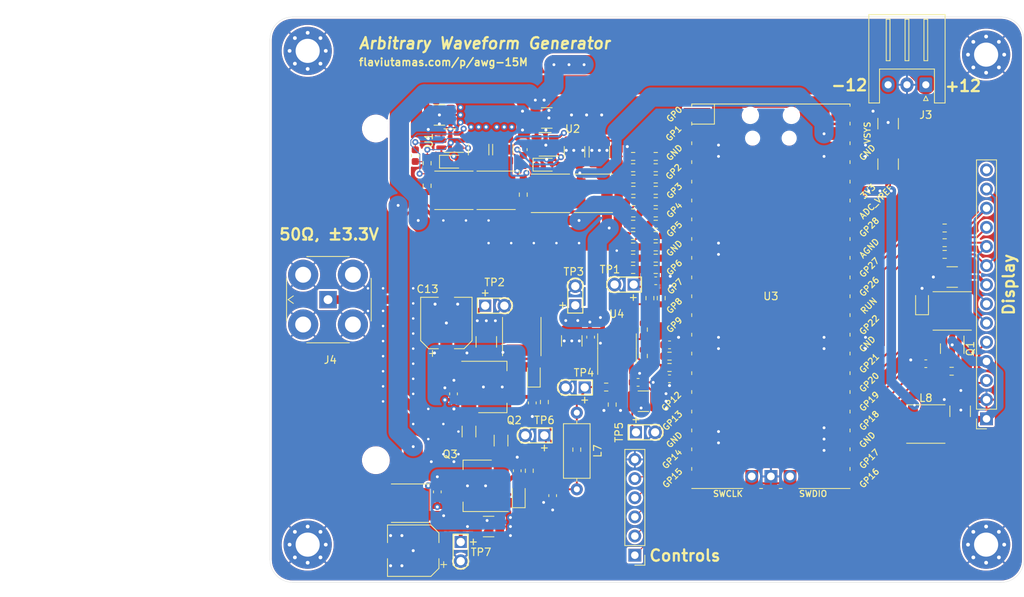
<source format=kicad_pcb>
(kicad_pcb (version 20211014) (generator pcbnew)
  (layers (0 "F.Cu" signal "Front") (1 "In1.Cu" signal) (2 "In2.Cu" signal) (31 "B.Cu" signal "Back") (34 "B.Paste" user) (35 "F.Paste" user) (36 "B.SilkS" user "B.Silkscreen") (37 "F.SilkS" user "F.Silkscreen") (38 "B.Mask" user) (39 "F.Mask" user) (44 "Edge.Cuts" user))
  (net 0 "")
  (net 1 "GND")
  (net 2 "+5V")
  (net 3 "+3V3")
  (net 4 "-5V")
  (net 5 "+12V")
  (net 6 "-12V")
  (net 7 "/power/+12V_UNFIL")
  (net 8 "Net-(R18-Pad2)")
  (net 9 "Net-(R10-Pad2)")
  (net 10 "Net-(C18-Pad2)")
  (net 11 "Net-(Q3-Pad3)")
  (net 12 "Net-(R14-Pad1)")
  (net 13 "/LCD_3V3")
  (net 14 "/power/-12V_UNFIL")
  (net 15 "+5VD")
  (net 16 "/LCD_LED")
  (net 17 "/LCD_CS")
  (net 18 "/DAT{slash}CMD")
  (net 19 "/MOSI")
  (net 20 "/SCLK")
  (net 21 "/MISO")
  (net 22 "/TCH_CS")
  (net 23 "/TCH_IRQ")
  (net 24 "/LCD_PWM")
  (net 25 "/amp/DAC_OUT")
  (net 26 "/amp/GH")
  (net 27 "/amp/GL")
  (net 28 "/amp/OUT")
  (net 29 "Net-(C9-Pad2)")
  (net 30 "Net-(C11-Pad2)")
  (net 31 "Net-(R24-Pad1)")
  (net 32 "/DC_PWM")
  (net 33 "Net-(Q1-Pad3)")
  (net 34 "/ENC_A")
  (net 35 "/ENC_B")
  (net 36 "/ENC_SW")
  (net 37 "/B_NE")
  (net 38 "/B_PR")
  (net 39 "Net-(C4-Pad2)")
  (net 40 "Net-(C4-Pad1)")
  (net 41 "Net-(C9-Pad1)")
  (net 42 "Net-(C19-Pad1)")
  (net 43 "Net-(C21-Pad2)")
  (net 44 "Net-(C23-Pad2)")
  (net 45 "Net-(D4-Pad1)")
  (net 46 "Net-(L6-Pad1)")
  (net 47 "Net-(Q2-Pad1)")
  (net 48 "Net-(R1-Pad1)")
  (net 49 "Net-(R3-Pad1)")
  (net 50 "Net-(R2-Pad1)")
  (net 51 "Net-(R6-Pad2)")
  (net 52 "Net-(R4-Pad1)")
  (net 53 "Net-(R5-Pad2)")
  (net 54 "Net-(R11-Pad1)")
  (net 55 "Net-(R10-Pad1)")
  (net 56 "Net-(R13-Pad1)")
  (net 57 "Net-(R12-Pad1)")
  (net 58 "Net-(R15-Pad1)")
  (net 59 "Net-(R16-Pad1)")
  (net 60 "Net-(R17-Pad2)")
  (net 61 "Net-(R19-Pad2)")
  (net 62 "Net-(R21-Pad1)")
  (net 63 "Net-(R22-Pad1)")
  (net 64 "Net-(R23-Pad1)")
  (net 65 "Net-(R25-Pad1)")
  (net 66 "Net-(R26-Pad1)")
  (net 67 "Net-(R30-Pad1)")
  (net 68 "Net-(R32-Pad1)")
  (net 69 "Net-(R35-Pad2)")
  (net 70 "Net-(R38-Pad1)")
  (net 71 "Net-(R38-Pad2)")
  (footprint "Connector_PinHeader_2.54mm:PinHeader_1x06_P2.54mm_Vertical" (layer "F.Cu") (at 91.952 89.348 180)
    (fp_text reference "J8" hide)
    (fp_text value "Controls")
  )
  (footprint "Resistor_SMD:R_0603_1608Metric" (layer "F.Cu") (at 94.727 42.448 180)
    (fp_text reference "R14" hide)
    (fp_text value "2k")
  )
  (footprint "Resistor_SMD:R_0603_1608Metric" (layer "F.Cu") (at 94.727 40.948 180)
    (fp_text reference "R11" hide)
    (fp_text value "2k")
  )
  (footprint "Resistor_SMD:R_0603_1608Metric" (layer "F.Cu") (at 94.727 39.448 180)
    (fp_text reference "R8" hide)
    (fp_text value "2k")
  )
  (footprint "Resistor_SMD:R_0603_1608Metric" (layer "F.Cu") (at 91.727 49.948 180)
    (fp_text reference "R26" hide)
    (fp_text value "1k")
  )
  (footprint "Resistor_SMD:R_0603_1608Metric" (layer "F.Cu") (at 91.727 48.448 180)
    (fp_text reference "R23" hide)
    (fp_text value "1k")
  )
  (footprint "Resistor_SMD:R_0603_1608Metric" (layer "F.Cu") (at 91.727 46.948 180)
    (fp_text reference "R20" hide)
    (fp_text value "1k")
  )
  (footprint "Resistor_SMD:R_0603_1608Metric" (layer "F.Cu") (at 91.727 45.448 180)
    (fp_text reference "R17" hide)
    (fp_text value "1k")
  )
  (footprint "Resistor_SMD:R_0603_1608Metric" (layer "F.Cu") (at 91.756296 43.948 180)
    (fp_text reference "R15" hide)
    (fp_text value "1k")
  )
  (footprint "Resistor_SMD:R_0603_1608Metric" (layer "F.Cu") (at 91.756296 42.448 180)
    (fp_text reference "R13" hide)
    (fp_text value "1k")
  )
  (footprint "Resistor_SMD:R_0603_1608Metric" (layer "F.Cu") (at 91.756296 40.948 180)
    (fp_text reference "R10" hide)
    (fp_text value "1k")
  )
  (footprint "Resistor_SMD:R_0603_1608Metric" (layer "F.Cu") (at 91.756296 39.448 180)
    (fp_text reference "R7" hide)
    (fp_text value "1k")
  )
  (footprint "Resistor_SMD:R_0603_1608Metric" (layer "F.Cu") (at 91.727 37.948 180)
    (fp_text reference "R4" hide)
    (fp_text value "1k")
  )
  (footprint "Resistor_SMD:R_0603_1608Metric" (layer "F.Cu") (at 91.727 36.448 180)
    (fp_text reference "R1" hide)
    (fp_text value "2k")
  )
  (footprint "Resistor_SMD:R_0603_1608Metric" (layer "F.Cu") (at 94.727 36.448 180)
    (fp_text reference "R2" hide)
    (fp_text value "2k")
  )
  (footprint "Resistor_SMD:R_0603_1608Metric" (layer "F.Cu") (at 94.727 37.948 180)
    (fp_text reference "R5" hide)
    (fp_text value "2k")
  )
  (footprint "Resistor_SMD:R_0603_1608Metric" (layer "F.Cu") (at 94.727 43.948 180)
    (fp_text reference "R16" hide)
    (fp_text value "2k")
  )
  (footprint "Resistor_SMD:R_0603_1608Metric" (layer "F.Cu") (at 94.727 45.448 180)
    (fp_text reference "R18" hide)
    (fp_text value "2k")
  )
  (footprint "Resistor_SMD:R_0603_1608Metric" (layer "F.Cu") (at 94.727 46.948 180)
    (fp_text reference "R21" hide)
    (fp_text value "2k")
  )
  (footprint "Resistor_SMD:R_0603_1608Metric" (layer "F.Cu") (at 94.727 48.448 180)
    (fp_text reference "R24" hide)
    (fp_text value "2k")
  )
  (footprint "Resistor_SMD:R_0603_1608Metric" (layer "F.Cu") (at 94.727 49.948 180)
    (fp_text reference "R27" hide)
    (fp_text value "2k")
  )
  (footprint "MountingHole:MountingHole_3.2mm_M3_Pad_Via" (layer "F.Cu") (at 138.552 87.948)
    (fp_text reference "J7" hide)
    (fp_text value "Conn_01x01")
  )
  (footprint "MountingHole:MountingHole_3.2mm_M3_Pad_Via" (layer "F.Cu") (at 48.552 22.448)
    (fp_text reference "J1" hide)
    (fp_text value "Conn_01x01")
  )
  (footprint "MountingHole:MountingHole_3.2mm_M3_Pad_Via" (layer "F.Cu") (at 138.552 22.948)
    (fp_text reference "J2" hide)
    (fp_text value "Conn_01x01")
  )
  (footprint "MountingHole:MountingHole_3.2mm_M3_Pad_Via" (layer "F.Cu") (at 48.552 87.948)
    (fp_text reference "J6" hide)
    (fp_text value "Conn_01x01")
  )
  (footprint "Resistor_SMD:R_0603_1608Metric" (layer "F.Cu") (at 133.052 49.448 180)
    (fp_text reference "R25" hide)
    (fp_text value "27")
  )
  (footprint "Connector_JST:JST_XH_S3B-XH-A_1x03_P2.50mm_Horizontal" (layer "F.Cu") (at 130.552 26.948 180)
    (fp_text reference "J3")
    (fp_text value "Conn_01x03")
  )
  (footprint "Inductor_THT:L_Axial_L7.0mm_D3.3mm_P10.16mm_Horizontal_Fastron_MICC" (layer "F.Cu") (at 84.252 70.448 -90)
    (fp_text reference "L7")
    (fp_text value "51n")
  )
  (footprint "Resistor_SMD:R_0603_1608Metric" (layer "F.Cu") (at 64.4 37.348 -90)
    (fp_text reference "R3" hide)
    (fp_text value "68k")
  )
  (footprint "Resistor_SMD:R_0603_1608Metric" (layer "F.Cu") (at 91.727 51.448)
    (fp_text reference "R28" hide)
    (fp_text value "0")
  )
  (footprint "Package_TO_SOT_SMD:SOT-223-3_TabPin2" (layer "F.Cu") (at 73.077 67.0355)
    (fp_text reference "Q2")
    (fp_text value "FZT653")
  )
  (footprint "Capacitor_SMD:C_1210_3225Metric" (layer "F.Cu") (at 66.027 30.948 180)
    (fp_text reference "C1" hide)
    (fp_text value "22u")
  )
  (footprint "Capacitor_SMD:C_0603_1608Metric" (layer "F.Cu") (at 96.552 61.448 180)
    (fp_text reference "C17" hide)
    (fp_text value "100n")
  )
  (footprint "Package_SO:SOIC-8_3.9x4.9mm_P1.27mm" (layer "F.Cu") (at 89.587 61.923 90)
    (fp_text reference "U4")
    (fp_text value "LMH6658")
  )
  (footprint "Connector_PinSocket_2.54mm:PinSocket_1x14_P2.54mm_Vertical" (layer "F.Cu") (at 138.604 71.256 180)
    (fp_text reference "J5" hide)
    (fp_text value "Conn_01x14")
  )
  (footprint "Resistor_SMD:R_0603_1608Metric" (layer "F.Cu") (at 94.727 51.448)
    (fp_text reference "R29" hide)
    (fp_text value "DNP")
  )
  (footprint "Diode_SMD:D_SOD-323" (layer "F.Cu") (at 78.552 65.548 90)
    (fp_text reference "D4" hide)
    (fp_text value "1N4148WS")
  )
  (footprint "Inductor_SMD:L_Taiyo-Yuden_NR-50xx" (layer "F.Cu") (at 86.452 41.348)
    (fp_text reference "L4" hide)
    (fp_text value "47u")
  )
  (footprint "Package_TO_SOT_SMD:SOT-23-6" (layer "F.Cu") (at 67.427 34.348 180)
    (fp_text reference "U1")
    (fp_text value "BD9G101G")
  )
  (footprint "Capacitor_SMD:C_0603_1608Metric" (layer "F.Cu") (at 77.152 35.548 -90)
    (fp_text reference "C6" hide)
    (fp_text value "100n")
  )
  (footprint "Capacitor_SMD:C_1210_3225Metric" (layer "F.Cu") (at 87.252 35.848 -90)
    (fp_text reference "C8" hide)
    (fp_text value "22u")
  )
  (footprint "Resistor_SMD:R_0603_1608Metric" (layer "F.Cu") (at 84.252 75.348 -90)
    (fp_text reference "R42" hide)
    (fp_text value "10")
  )
  (footprint "Resistor_SMD:R_0603_1608Metric" (layer "F.Cu") (at 79.952 69.0355 90)
    (fp_text reference "R38" hide)
    (fp_text value "1k")
  )
  (footprint "Inductor_SMD:L_Taiyo-Yuden_NR-50xx" (layer "F.Cu") (at 130.552 71.948)
    (fp_text reference "L8")
    (fp_text value "47u")
  )
  (footprint "Capacitor_SMD:C_1210_3225Metric" (layer "F.Cu") (at 72.252 61.048 -90)
    (fp_text reference "C16" hide)
    (fp_text value "22u")
  )
  (footprint "Inductor_SMD:L_Taiyo-Yuden_NR-50xx" (layer "F.Cu") (at 62.2 82.448)
    (fp_text reference "L9" hide)
    (fp_text value "47u")
  )
  (footprint "Capacitor_SMD:C_1210_3225Metric" (layer "F.Cu") (at 80.277 31.348 180)
    (fp_text reference "C2" hide)
    (fp_text value "22u")
  )
  (footprint "MountingHole:MountingHole_3.2mm_M3" (layer "F.Cu") (at 57.602 32.748)
    (fp_text reference "H1" hide)
    (fp_text value "MountingHole")
  )
  (footprint "Resistor_SMD:R_0603_1608Metric" (layer "F.Cu") (at 77.952 78.148 90)
    (fp_text reference "R43" hide)
    (fp_text value "1k")
  )
  (footprint "Capacitor_SMD:C_1210_3225Metric" (layer "F.Cu") (at 135.104 70.256 -90)
    (fp_text reference "C24" hide)
    (fp_text value "22u")
  )
  (footprint "Module:TestPoint_2Pads_Pitch2.54mm_Drill1mm" (layer "F.Cu") (at 91.802 53.448 180)
    (fp_text reference "TP1")
    (fp_text value "TestPoint_2Pole")
  )
  (footprint "Module:TestPoint_2Pads_Pitch2.54mm_Drill1mm" (layer "F.Cu") (at 92.102 73.048)
    (fp_text reference "TP5")
    (fp_text value "TestPoint_2Pole")
  )
  (footprint "Module:TestPoint_2Pads_Pitch2.54mm_Drill1mm" (layer "F.Cu") (at 68.852 87.598 -90)
    (fp_text reference "TP7")
    (fp_text value "TestPoint_2Pole")
  )
  (footprint "Resistor_SMD:R_0603_1608Metric" (layer "F.Cu") (at 88.952 69.373 -90)
    (fp_text reference "R39" hide)
    (fp_text value "1k")
  )
  (footprint "Inductor_SMD:L_Taiyo-Yuden_NR-50xx" (layer "F.Cu") (at 67.952 40.948)
    (fp_text reference "L1" hide)
    (fp_text value "47u")
  )
  (footprint "Capacitor_SMD:C_1210_3225Metric" (layer "F.Cu") (at 125.552 32.1 -90)
    (fp_text reference "C3" hide)
    (fp_text value "22u")
  )
  (footprint "Resistor_SMD:R_1206_3216Metric" (layer "F.Cu") (at 74.202 74.148 -90)
    (fp_text reference "R41" hide)
    (fp_text value "1")
  )
  (footprint "Capacitor_SMD:C_1210_3225Metric" (layer "F.Cu") (at 72.552 85.548 180)
    (fp_text reference "C28" hide)
    (fp_text value "22u")
  )
  (footprint "Resistor_SMD:R_0603_1608Metric" (layer "F.Cu") (at 93.087 59.423 -90)
    (fp_text reference "R32" hide)
    (fp_text value "1k")
  )
  (footprint "Capacitor_SMD:C_1210_3225Metric" (layer "F.Cu") (at 71.227 35.548 -90)
    (fp_text reference "C4" hide)
    (fp_text value "22u")
  )
  (footprint "Resistor_SMD:R_0603_1608Metric" (layer "F.Cu") (at 133.052 45.948 180)
    (fp_text reference "R19" hide)
    (fp_text value "27")
  )
  (footprint "Module:TestPoint_2Pads_Pitch2.54mm_Drill1mm" (layer "F.Cu") (at 84.052 56.198 90)
    (fp_text reference "TP3")
    (fp_text value "TestPoint_2Pole")
  )
  (footprint "Inductor_SMD:L_Taiyo-Yuden_NR-50xx" (layer "F.Cu") (at 134.052 56.948)
    (fp_text reference "L5" hide)
    (fp_text value "47u")
  )
  (footprint "Capacitor_SMD:C_0603_1608Metric" (layer "F.Cu") (at 65.752 80.948 -90)
    (fp_text reference "C26" hide)
    (fp_text value "100n")
  )
  (footprint "Resistor_SMD:R_0603_1608Metric" (layer "F.Cu") (at 64.4 40.348 -90)
    (fp_text reference "R9" hide)
    (fp_text value "12k")
  )
  (footprint "Resistor_SMD:R_0603_1608Metric" (layer "F.Cu") (at 77.152 38.548 -90)
    (fp_text reference "R6" hide)
    (fp_text value "12k")
  )
  (footprint "Package_TO_SOT_SMD:SOT-23-6" (layer "F.Cu") (at 80.052 34.848 180)
    (fp_text reference "U2")
    (fp_text value "BD9G101G")
  )
  (footprint "Package_TO_SOT_SMD:SOT-23" (layer "F.Cu") (at 134.052 61.948 -90)
    (fp_text reference "Q1")
    (fp_text value "S9015")
  )
  (footprint "Diode_SMD:D_SOD-323" (layer "F.Cu") (at 76.552 81.548 90)
    (fp_text reference "D5" hide)
    (fp_text value "1N4148WS")
  )
  (footprint "Package_TO_SOT_SMD:SOT-223-3_TabPin2" (layer "F.Cu") (at 71.077 80.148 180)
    (fp_text reference "Q3")
    (fp_text value "FZT753")
  )
  (footprint "Capacitor_SMD:C_1210_3225Metric" (layer "F.Cu") (at 125.552 37.473 -90)
    (fp_text reference "C10" hide)
    (fp_text value "22u")
  )
  (footprint "Resistor_SMD:R_0603_1608Metric" (layer "F.Cu") (at 93.087 62.923 90)
    (fp_text reference "R33" hide)
    (fp_text value "1k")
  )
  (footprint "Capacitor_SMD:C_0603_1608Metric" (layer "F.Cu") (at 130.552 63.948)
    (fp_text reference "C18" hide)
    (fp_text value "100n")
  )
  (footprint "Resistor_SMD:R_0603_1608Metric" (layer "F.Cu") (at 133.977 64.948)
    (fp_text reference "R36" hide)
    (fp_text value "2k")
  )
  (footprint "Resistor_SMD:R_1206_3216Metric" (layer "F.Cu") (at 69.952 72.948 -90)
    (fp_text reference "R40" hide)
    (fp_text value "1")
  )
  (footprint "Inductor_SMD:L_Taiyo-Yuden_NR-50xx" (layer "F.Cu") (at 73.552 40.948)
    (fp_text reference "L2" hide)
    (fp_text value "47u")
  )
  (footprint "Inductor_SMD:L_Taiyo-Yuden_NR-50xx" (layer "F.Cu") (at 80.752 41.348)
    (fp_text reference "L3" hide)
    (fp_text value "47u")
  )
  (footprint "Capacitor_SMD:C_0603_1608Metric" (layer "F.Cu") (at 86.087 60.423 90)
    (fp_text reference "C14" hide)
    (fp_text value "100n")
  )
  (footprint "Module:BNC_DOSIN_801_0050_Horizontal" (layer "F.Cu") (at 51.252 55.448 90)
    (fp_text reference "J4")
    (fp_text value "BNC")
  )
  (footprint "Diode_SMD:D_SOD-323" (layer "F.Cu") (at 79.952 37.548)
    (fp_text reference "D2" hide)
    (fp_text value "1N5819WS")
  )
  (footprint "Capacitor_SMD:C_1210_3225Metric" (layer "F.Cu") (at 83.587 60.923 90)
    (fp_text reference "C15" hide)
    (fp_text value "22u")
  )
  (footprint "Capacitor_SMD:C_0603_1608Metric" (layer "F.Cu") (at 76.352 78.148 90)
    (fp_text reference "C25" hide)
    (fp_text value "100n")
  )
  (footprint "Resistor_SMD:R_0603_1608Metric" (layer "F.Cu") (at 96.552 62.948)
    (fp_text reference "R34" hide)
    (fp_text value "68k")
  )
  (footprint "Module:TestPoint_2Pads_Pitch2.54mm_Drill1mm" (layer "F.Cu") (at 79.952 73.448 180)
    (fp_text reference "TP6")
    (fp_text value "TestPoint_2Pole")
  )
  (footprint "Module:TestPoint_2Pads_Pitch2.54mm_Drill1mm" (layer "F.Cu") (at 85.302 67.098 180)
    (fp_text reference "TP4")
    (fp_text value "TestPoint_2Pole")
  )
  (footprint "Capacitor_SMD:CP_Elec_6.3x5.4_Nichicon" (layer "F.Cu") (at 66.952 58.548 90)
    (fp_text reference "C13")
    (fp_text value "100u")
  )
  (footprint "MCU_RaspberryPi_and_Boards:RPi_Pico_SMD" (layer "F.Cu") (at 110 55)
    (fp_text reference "U3")
    (fp_text value "Pico")
  )
  (footprint "Module:TestPoint_2Pads_Pitch2.54mm_Drill1mm" (layer "F.Cu") (at 72.102 56.248)
    (fp_text reference "TP2")
    (fp_text value "TestPoint_2Pole")
  )
  (footprint "Capacitor_SMD:C_0603_1608Metric" (layer "F.Cu") (at 92.387 66.423)
    (fp_text reference "C20" hide)
    (fp_text value "100n")
  )
  (footprint "Capacitor_SMD:C_0603_1608Metric" (layer "F.Cu") (at 96.552 65.948 180)
    (fp_text reference "C19" hide)
    (fp_text value "100n")
  )
  (footprint "Capacitor_SMD:C_0603_1608Metric" (layer "F.Cu") (at 67.9 67.948 90)
    (fp_text reference "C21" hide)
    (fp_text value "100n")
  )
  (footprint "Diode_SMD:D_SOD-323" (layer "F.Cu") (at 130.052 55.948 90)
    (fp_text reference "D3" hide)
    (fp_text value "1N5819WS")
  )
  (footprint "Resistor_SMD:R_0603_1608Metric" (layer "F.Cu") (at 77.152 41.523 -90)
    (fp_text reference "R12" hide)
    (fp_text value "68k")
  )
  (footprint "Capacitor_SMD:C_1210_3225Metric" (layer "F.Cu") (at 134.052 52.448)
    (fp_text reference "C11" hide)
    (fp_text value "22u")
  )
  (footprint "Inductor_SMD:L_Taiyo-Yuden_NR-50xx" (layer "F.Cu") (at 76.952 60.348 -90)
    (fp_text reference "L6" hide)
    (fp_text value "47u")
  )
  (footprint "Capacitor_SMD:C_0603_1608Metric" (layer "F.Cu") (at 62.827 36.348 90)
    (fp_text reference "C9" hide)
    (fp_text value "100n")
  )
  (footprint "MountingHole:MountingHole_3.2mm_M3" (layer "F.Cu") (at 57.602 76.748)
    (fp_text reference "H2" hide)
    (fp_text value "MountingHole")
  )
  (footprint "Resistor_SMD:R_0603_1608Metric" (layer "F.Cu") (at 133.052 47.896 180)
    (fp_text reference "R22" hide)
    (fp_text value "27")
  )
  (footprint "Capacitor_SMD:C_1210_3225Metric" (layer "F.Cu") (at 83.952 35.848 -90)
    (fp_text reference "C7" hide)
    (fp_text value "22u")
  )
  (footprint "Capacitor_SMD:C_1210_3225Metric" (layer "F.Cu") (at 74.452 35.548 -90)
    (fp_text reference "C5" hide)
    (fp_text value "22u")
  )
  (footprint "Resistor_SMD:R_0603_1608Metric" (layer "F.Cu") (at 88.152 67.048 180)
    (fp_text reference "R37" hide)
    (fp_text value "1k")
  )
  (footprint "Diode_SMD:D_SOD-323" (layer "F.Cu") (at 67.5395 37.148)
    (fp_text reference "D1" hide)
    (fp_text value "1N5819WS")
  )
  (footprint "Resistor_SMD:R_0603_1608Metric" (layer "F.Cu") (at 95.452 55.248 -90)
    (fp_text reference "R31" hide)
    (fp_text value "1k")
  )
  (footprint "Capacitor_SMD:CP_Elec_6.3x5.4_Nichicon" (layer "F.Cu") (at 62.552 88.748 180)
    (fp_text reference "C29" hide)
    (fp_text value "100u")
  )
  (footprint "Resistor_SMD:R_0603_1608Metric" (layer "F.Cu") (at 96.552 64.448)
    (fp_text reference "R35" hide)
    (fp_text value "68k")
  )
  (footprint "Capacitor_SMD:C_0603_1608Metric" (layer "F.Cu") (at 94.727 52.948)
    (fp_text reference "C12" hide)
    (fp_text value "DNP")
  )
  (footprint "Capacitor_SMD:C_1210_3225Metric" (layer "F.Cu") (at 93.087 68.923)
    (fp_text reference "C22" hide)
    (fp_text value "22u")
  )
  (footprint "Capacitor_SMD:C_0603_1608Metric" (layer "F.Cu") (at 81.052 81.448 90)
    (fp_text reference "C27" hide)
    (fp_text value "DNP")
  )
  (footprint "Resistor_SMD:R_0603_1608Metric" (layer "F.Cu") (at 93.952 55.248 -90)
    (fp_text reference "R30" hide)
    (fp_text value "1k")
  )
  (footprint "Capacitor_SMD:C_0603_1608Metric" (layer "F.Cu") (at 78.352 69.148 90)
    (fp_text reference "C23" hide)
    (fp_text value "100n")
  )
  (gr_line (start 43.552 89.948) (end 43.552 20.948) (layer "Edge.Cuts") (width 0.05))
  (gr_arc (start 46.552 92.948) (mid 44.43068 92.06932) (end 43.552 89.948) (layer "Edge.Cuts") (width 0.0381))
  (gr_arc (start 43.552 20.948) (mid 44.43068 18.82668) (end 46.552 17.948) (layer "Edge.Cuts") (width 0.0381))
  (gr_line (start 46.552 17.948) (end 140.552 17.948) (layer "Edge.Cuts") (width 0.05))
  (gr_arc (start 140.552 17.948) (mid 142.67332 18.82668) (end 143.552 20.948) (layer "Edge.Cuts") (width 0.0381))
  (gr_line (start 143.552 20.948) (end 143.552 89.948) (layer "Edge.Cuts") (width 0.05))
  (gr_line (start 140.552 92.948) (end 46.552 92.948) (layer "Edge.Cuts") (width 0.05))
  (gr_arc (start 143.552 89.948) (mid 142.67332 92.06932) (end 140.552 92.948) (layer "Edge.Cuts") (width 0.0381))
  (gr_text "+12" (at 135.5 27.1) (layer "F.SilkS") (effects (font (size 1.5 1.5) (thickness 0.3))))
  (gr_text "Display" (at 141.552 53.446 90) (layer "F.SilkS") (effects (font (size 1.5 1.5) (thickness 0.3))))
  (gr_text "flaviutamas.com/p/awg-15M" (at 66.552 23.948) (layer "F.SilkS") (effects (font (size 1 1) (thickness 0.2))))
  (gr_text "Controls" (at 98.6 89.4) (layer "F.SilkS") (effects (font (size 1.5 1.5) (thickness 0.3))))
  (gr_text "50Ω, ±3.3V" (at 51.4 46.8) (layer "F.SilkS") (effects (font (size 1.5 1.5) (thickness 0.3))))
  (gr_text "Arbitrary Waveform Generator" (at 72.052 21.448) (layer "F.SilkS") (effects (font (size 1.5 1.5) (thickness 0.3) italic)))
  (gr_text "-12" (at 120.4 27) (layer "F.SilkS") (effects (font (size 1.5 1.5) (thickness 0.3))))
  (segment (start 96.087 68.923) (end 94.587 68.923) (width 0.254) (layer "F.Cu") (net 1))
  (segment (start 135.104 67.596) (end 135.2 67.5) (width 0.254) (layer "F.Cu") (net 1))
  (segment (start 66.2895 32.4105) (end 66.027 32.148) (width 0.254) (layer "F.Cu") (net 1))
  (segment (start 81.752 31.348) (end 80.152 32.948) (width 0.508) (layer "F.Cu") (net 1))
  (segment (start 84.862 61.198) (end 84.587 60.923) (width 0.508) (layer "F.Cu") (net 1))
  (segment (start 94.387 66.423) (end 93.087 66.423) (width 0.254) (layer "F.Cu") (net 1))
  (segment (start 95.552 52.248) (end 95.552 53.048) (width 0.25) (layer "F.Cu") (net 1))
  (segment (start 97.327 61.448) (end 97.327 60.873) (width 0.25) (layer "F.Cu") (net 1))
  (segment (start 78.352 69.923) (end 78.352 70.948) (width 0.508) (layer "F.Cu") (net 1))
  (segment (start 86.087 61.198) (end 84.862 61.198) (width 0.508) (layer "F.Cu") (net 1))
  (segment (start 96.087 69.923) (end 94.587 69.923) (width 0.254) (layer "F.Cu") (net 1))
  (segment (start 81.052 82.223) (end 81.052 83.348) (width 0.254) (layer "F.Cu") (net 1))
  (segment (start 94.562 67.898) (end 93.087 66.423) (width 0.254) (layer "F.Cu") (net 1))
  (segment (start 95.452 54.423) (end 95.452 53.648) (width 0.25) (layer "F.Cu") (net 1))
  (segment (start 87.362 61.198) (end 87.387 61.223) (width 0.508) (layer "F.Cu") (net 1))
  (segment (start 80.146 32.954) (end 80.146 34.954) (width 0.508) (layer "F.Cu") (net 1))
  (segment (start 66.2895 33.398) (end 64.877 33.398) (width 0.508) (layer "F.Cu") (net 1))
  (segment (start 67.952 68.723) (end 67.952 69.948) (width 0.508) (layer "F.Cu") (net 1))
  (segment (start 66.027 30.948) (end 66.027 32.148) (width 0.508) (layer "F.Cu") (net 1))
  (segment (start 88.952 70.198) (end 90.002 70.198) (width 0.254) (layer "F.Cu") (net 1))
  (segment (start 64.552 30.948) (end 64.552 32.873) (width 0.508) (layer "F.Cu") (net 1))
  (segment (start 125.552 30.473) (end 125.552 31.948) (width 0.762) (layer "F.Cu") (net 1))
  (segment (start 79.977 82.223) (end 79.852 82.348) (width 0.254) (layer "F.Cu") (net 1))
  (segment (start 80.152 32.948) (end 80.146 32.954) (width 0.508) (layer "F.Cu") (net 1))
  (segment (start 130.052 54.898) (end 130.052 53.948) (width 0.508) (layer "F.Cu") (net 1))
  (segment (start 135.104 70.004) (end 135.2 70.1) (width 0.254) (layer "F.Cu") (net 1))
  (segment (start 129.777 63.948) (end 128.552 63.948) (width 0.762) (layer "F.Cu") (net 1))
  (segment (start 133.081 68.781) (end 133 68.7) (width 0.254) (layer "F.Cu") (net 1))
  (segment (start 95.452 53.648) (end 95.452 53.048) (width 0.25) (layer "F.Cu") (net 1))
  (segment (start 64.552 30.948) (end 66.027 30.948) (width 0.508) (layer "F.Cu") (net 1))
  (segment (start 95.552 51.448) (end 95.552 52.248) (width 0.25) (layer "F.Cu") (net 1))
  (segment (start 80.146 34.954) (end 80.146 36.742) (width 0.508) (layer "F.Cu") (net 1))
  (segment (start 81.052 82.223) (end 79.977 82.223) (width 0.254) (layer "F.Cu") (net 1))
  (segment (start 95.552 52.248) (end 96.552 52.248) (width 0.25) (layer "F.Cu") (net 1))
  (segment (start 88.952 70.198) (end 87.902 70.198) (width 0.254) (layer "F.Cu") (net 1))
  (segment (start 125.552 30.473) (end 123.577 30.473) (width 0.762) (layer "F.Cu") (net 1))
  (segment (start 95.452 53.648) (end 96.652 53.648) (width 0.25) (layer "F.Cu") (net 1))
  (segment (start 135.104 68.781) (end 135.104 67.596) (width 0.254) (layer "F.Cu") (net 1))
  (segment (start 64.552 32.873) (end 64.552 33.073) (width 0.508) (layer "F.Cu") (net 1))
  (segment (start 84.587 60.923) (end 84.587 62.313) (width 0.254) (layer "F.Cu") (net 1))
  (segment (start 82.587 60.923) (end 82.587 62.083) (width 0.254) (layer "F.Cu") (net 1))
  (segment (start 64.552 34.073) (end 64.552 33.073) (width 0.508) (layer "F.Cu") (net 1))
  (segment (start 96.552 52.248) (end 96.652 52.348) (width 0.25) (layer "F.Cu") (net 1))
  (segment (start 96.087 67.923) (end 94.587 67.923) (width 0.254) (layer "F.Cu") (net 1))
  (segment (start 97.327 66.073) (end 96.552 66.848) (width 0.25) (layer "F.Cu") (net 1))
  (segment (start 97.327 61.448) (end 99.052 61.448) (width 0.254) (layer "F.Cu") (net 1))
  (segment (start 65.752 81.723) (end 65.752 82.948) (width 0.508) (layer "F.Cu") (net 1))
  (segment (start 90.002 70.198) (end 90.052 70.148) (width 0.254) (layer "F.Cu") (net 1))
  (segment (start 135.104 68.781) (end 135.104 70.004) (width 0.254) (layer "F.Cu") (net 1))
  (segment (start 135.104 68.781) (end 133.081 68.781) (width 0.254) (layer "F.Cu") (net 1))
  (segment (start 94.387 68.748) (end 94.387 66.423) (width 0.254) (layer "F.Cu") (net 1))
  (segment (start 66.2895 34.348) (end 64.827 34.348) (width 0.508) (layer "F.Cu") (net 1))
  (segment (start 80.252 36.848) (end 80.952 37.548) (width 0.508) (layer "F.Cu") (net 1))
  (segment (start 97.327 60.873) (end 97.752 60.448) (width 0.25) (layer "F.Cu") (net 1))
  (segment (start 64.552 33.073) (end 64.877 33.398) (width 0.508) (layer "F.Cu") (net 1))
  (segment (start 123.577 30.473) (end 123.552 30.448) (width 0.762) (layer "F.Cu") (net 1))
  (segment (start 66.2895 33.398) (end 66.2895 32.4105) (width 0.254) (layer "F.Cu") (net 1))
  (segment (start 64.827 34.348) (end 64.552 34.073) (width 0.508) (layer "F.Cu") (net 1))
  (segment (start 67.952 68.723) (end 66.677 68.723) (width 0.508) (layer "F.Cu") (net 1))
  (segment (start 80.146 36.742) (end 80.252 36.848) (width 0.508) (layer "F.Cu") (net 1))
  (segment (start 76.352 77.373) (end 76.352 76.348) (width 0.508) (layer "F.Cu") (net 1))
  (segment (start 83.587 60.923) (end 83.587 62.313) (width 0.254) (layer "F.Cu") (net 1))
  (segment (start 90.902 35.198) (end 90.952 35.148) (width 0.25) (layer "F.Cu") (net 1))
  (segment (start 86.087 61.198) (end 87.362 61.198) (width 0.508) (layer "F.Cu") (net 1))
  (segment (start 90.902 36.448) (end 90.902 35.198) (width 0.25) (layer "F.Cu") (net 1))
  (segment (start 135.104 68.781) (end 138.504 68.781) (width 0.762) (layer "F.Cu") (net 1))
  (segment (start 87.902 70.198) (end 87.852 70.148) (width 0.254) (layer "F.Cu") (net 1))
  (via (at 87.252 35.648) (size 0.8) (drill 0.4) (layers "F.Cu" "B.Cu") (net 1))
  (via (at 135.2 70.1) (size 0.889) (drill 0.381) (layers "F.Cu" "B.Cu") (net 1))
  (via (at 87.852 70.148) (size 0.8) (drill 0.4) (layers "F.Cu" "B.Cu") (net 1))
  (via (at 131.552 52.448) (size 0.8) (drill 0.4) (layers "F.Cu" "B.Cu") (net 1))
  (via (at 61.052 86.748) (size 0.8) (drill 0.4) (layers "F.Cu" "B.Cu") (net 1))
  (via (at 122.552 60.448) (size 0.889) (drill 0.381) (layers "F.Cu" "B.Cu") (net 1))
  (via (at 135.2 67.5) (size 0.889) (drill 0.381) (layers "F.Cu" "B.Cu") (net 1))
  (via (at 64.552 32.873) (size 0.8) (drill 0.4) (layers "F.Cu" "B.Cu") (net 1))
  (via (at 75.552 47.948) (size 0.6858) (drill 0.3302) (layers "F.Cu" "B.Cu") (net 1))
  (via (at 77.052 30.448) (size 0.8) (drill 0.4) (layers "F.Cu" "B.Cu") (net 1))
  (via (at 76.352 38.348) (size 0.8) (drill 0.4) (layers "F.Cu" "B.Cu") (net 1))
  (via (at 117.052 73.948) (size 0.889) (drill 0.381) (layers "F.Cu" "B.Cu") (net 1))
  (via (at 64.552 69.948) (size 0.6858) (drill 0.3302) (layers "F.Cu" "B.Cu") (net 1))
  (via (at 117.052 36.448) (size 0.889) (drill 0.381) (layers "F.Cu" "B.Cu") (net 1))
  (via (at 58.552 66.948) (size 0.6858) (drill 0.3302) (layers "F.Cu" "B.Cu") (net 1))
  (via (at 58.552 60.948) (size 0.6858) (drill 0.3302) (layers "F.Cu" "B.Cu") (net 1))
  (via (at 59.552 90.748) (size 0.8) (drill 0.4) (layers "F.Cu" "B.Cu") (net 1))
  (via (at 123.552 30.448) (size 0.8) (drill 0.4) (layers "F.Cu" "B.Cu") (net 1))
  (via (at 62.552 61.948) (size 0.6858) (drill 0.3302) (layers "F.Cu" "B.Cu") (net 1))
  (via (at 122.552 61.948) (size 0.889) (drill 0.381) (layers "F.Cu" "B.Cu") (net 1))
  (via (at 76.352 76.348) (size 0.8) (drill 0.4) (layers "F.Cu" "B.Cu") (net 1))
  (via (at 103.052 47.948) (size 0.889) (drill 0.381) (layers "F.Cu" "B.Cu") (net 1))
  (via (at 82.587 60.923) (size 0.889) (drill 0.381) (layers "F.Cu" "B.Cu") (net 1))
  (via (at 80.152 32.948) (size 0.8) (drill 0.4) (layers "F.Cu" "B.Cu") (net 1))
  (via (at 56.552 53.948) (size 0.6858) (drill 0.3302) (layers "F.Cu" "B.Cu") (net 1))
  (via (at 75.452 85.548) (size 0.889) (drill 0.381) (layers "F.Cu" "B.Cu") (net 1))
  (via (at 80.252 36.848) (size 0.8) (drill 0.4) (layers "F.Cu" "B.Cu") (net 1))
  (via (at 82.852 35.648) (size 0.8) (drill 0.4) (layers "F.Cu" "B.Cu") (net 1))
  (via (at 96.087 67.923) (size 0.889) (drill 0.381) (layers "F.Cu" "B.Cu") (net 1))
  (via (at 64.952 76.948) (size 0.889) (drill 0.381) (layers "F.Cu" "B.Cu") (net 1))
  (via (at 103.052 74.448) (size 0.889) (drill 0.381) (layers "F.Cu" "B.Cu") (net 1))
  (via (at 89.552 48.948) (size 0.6858) (drill 0.3302) (layers "F.Cu" "B.Cu") (net 1))
  (via (at 130.052 53.948) (size 0.8) (drill 0.4) (layers "F.Cu" "B.Cu") (net 1))
  (via (at 66.952 58.548) (size 0.8) (drill 0.4) (layers "F.Cu" "B.Cu") (net 1))
  (via (at 96.087 69.923) (size 0.889) (drill 0.381) (layers "F.Cu" "B.Cu") (net 1))
  (via (at 67.952 69.948) (size 0.8) (drill 0.4) (layers "F.Cu" "B.Cu") (net 1))
  (via (at 58.552 64.948) (size 0.6858) (drill 0.3302) (layers "F.Cu" "B.Cu") (net 1))
  (via (at 72.552 44.948) (size 0.6858) (drill 0.3302) (layers "F.Cu" "B.Cu") (net 1))
  (via (at 86.252 35.648) (size 0.8) (drill 0.4) (layers "F.Cu" "B.Cu") (net 1))
  (via (at 65.752 82.948) (size 0.8) (drill 0.4) (layers "F.Cu" "B.Cu") (net 1))
  (via (at 87.552 30.948) (size 0.8) (drill 0.4) (layers "F.Cu" "B.Cu") (net 1))
  (via (at 96.652 53.648) (size 0.8) (drill 0.4) (layers "F.Cu" "B.Cu") (net 1))
  (via (at 69.552 44.948) (size 0.6858) (drill 0.3302) (layers "F.Cu" "B.Cu") (net 1))
  (via (at 64.552 34.073) (size 0.8) (drill 0.4) (layers "F.Cu" "B.Cu") (net 1))
  (via (at 96.652 52.348) (size 0.8) (drill 0.4) (layers "F.Cu" "B.Cu") (net 1))
  (via (at 133 68.7) (size 0.889) (drill 0.381) (layers "F.Cu" "B.Cu") (net 1))
  (via (at 96.552 66.848) (size 0.8) (drill 0.4) (layers "F.Cu" "B.Cu") (net 1))
  (via (at 103.052 60.448) (size 0.889) (drill 0.381) (layers "F.Cu" "B.Cu") (net 1))
  (via (at 73.452 58.248) (size 0.889) (drill 0.381) (layers "F.Cu" "B.Cu") (net 1))
  (via (at 62.552 65.948) (size 0.6858) (drill 0.3302) (layers "F.Cu" "B.Cu") (net 1))
  (via (at 62.552 57.948) (size 0.6858) (drill 0.3302) (layers "F.Cu" "B.Cu") (net 1))
  (via (at 85.052 35.648) (size 0.8) (drill 0.4) (layers "F.Cu" "B.Cu") (net 1))
  (via (at 61.052 90.748) (size 0.8) (drill 0.4) (layers "F.Cu" "B.Cu") (net 1))
  (via (at 71.052 58.248) (size 0.889) (drill 0.381) (layers "F.Cu" "B.Cu") (net 1))
  (via (at 85.552 30.948) (size 0.8) (drill 0.4) (layers "F.Cu" "B.Cu") (net 1))
  (via (at 81.552 47.948) (size 0.6858) (drill 0.3302) (layers "F.Cu" "B.Cu") (net 1))
  (via (at 62.552 88.748) (size 0.8) (drill 0.4) (layers "F.Cu" "B.Cu") (net 1))
  (via (at 62.552 63.948) (size 0.6858) (drill 0.3302) (layers "F.Cu" "B.Cu") (net 1))
  (via (at 117.052 60.448) (size 0.889) (drill 0.381) (layers "F.Cu" "B.Cu") (net 1))
  (via (at 96.087 68.923) (size 0.889) (drill 0.381) (layers "F.Cu" "B.Cu") (net 1))
  (via (at 103.052 49.448) (size 0.889) (drill 0.381) (layers "F.Cu" "B.Cu") (net 1))
  (via (at 125.552 31.948) (size 0.8) (drill 0.4) (layers "F.Cu" "B.Cu") (net 1))
  (via (at 68.552 75.948) (size 0.6858) (drill 0.3302) (layers "F.Cu" "B.Cu") (net 1))
  (via (at 117.052 61.948) (size 0.889) (drill 0.381) (layers "F.Cu" "B.Cu") (net 1))
  (via (at 84.552 47.948) (size 0.6858) (drill 0.3302) (layers "F.Cu" "B.Cu") (net 1))
  (via (at 62.552 67.948) (size 0.6858) (drill 0.3302) (layers "F.Cu" "B.Cu") (net 1))
  (via (at 80.552 31.348) (size 0.8) (drill 0.4) (layers "F.Cu" "B.Cu") (net 1))
  (via (at 62.552 71.948) (size 0.6858) (drill 0.3302) (layers "F.Cu" "B.Cu") (net 1))
  (via (at 117.052 72.448) (size 0.889) (drill 0.381) (layers "F.Cu" "B.Cu") (net 1))
  (via (at 72.552 47.948) (size 0.6858) (drill 0.3302) (layers "F.Cu" "B.Cu") (net 1))
  (via (at 122.552 36.448) (size 0.889) (drill 0.381) (layers "F.Cu" "B.Cu") (net 1))
  (via (at 66.027 30.948) (size 0.8) (drill 0.4) (layers "F.Cu" "B.Cu") (net 1))
  (via (at 103.052 72.948) (size 0.889) (drill 0.381) (layers "F.Cu" "B.Cu") (net 1))
  (via (at 58.552 68.948) (size 0.6858) (drill 0.3302) (layers "F.Cu" "B.Cu") (net 1))
  (via (at 87.387 61.223) (size 0.889) (drill 0.381) (layers "F.Cu" "B.Cu") (net 1))
  (via (at 128.552 63.448) (size 0.8) (drill 0.4) (layers "F.Cu" "B.Cu") (net 1))
  (via (at 68.552 72.948) (size 0.6858) (drill 0.3302) (layers "F.Cu" "B.Cu") (net 1))
  (via (at 79.852 82.348) (size 0.889) (drill 0.381) (layers "F.Cu" "B.Cu") (net 1))
  (via (at 56.552 56.948) (size 0.6858) (drill 0.3302) (layers "F.Cu" "B.Cu") (net 1))
  (via (at 66.027 32.148) (size 0.8) (drill 0.4) (layers "F.Cu" "B.Cu") (net 1))
  (via (at 58.552 56.948) (size 0.6858) (drill 0.3302) (layers "F.Cu" "B.Cu") (net 1))
  (via (at 62.552 59.948) (size 0.6858) (drill 0.3302) (layers "F.Cu" "B.Cu") (net 1))
  (via (at 117.052 75.448) (size 0.889) (drill 0.381) (layers "F.Cu" "B.Cu") (net 1))
  (via (at 58.552 58.948) (size 0.6858) (drill 0.3302) (layers "F.Cu" "B.Cu") (net 1))
  (via (at 84.587 60.923) (size 0.889) (drill 0.381) (layers "F.Cu" "B.Cu") (net 1))
  (via (at 90.052 70.148) (size 0.8) (drill 0.4) (layers "F.Cu" "B.Cu") (net 1))
  (via (at 78.552 47.948) (size 0.6858) (drill 0.3302) (layers "F.Cu" "B.Cu") (net 1))
  (via (at 122.552 34.948) (size 0.889) (drill 0.381) (layers "F.Cu" "B.Cu") (net 1))
  (via (at 103.052 34.948) (size 0.889) (drill 0.381) (layers "F.Cu" "B.Cu") (net 1))
  (via (at 80.146 34.954) (size 0.8) (drill 0.4) (layers "F.Cu" "B.Cu") (net 1))
  (via (at 67.952 76.948) (size 0.889) (drill 0.381) (layers "F.Cu" "B.Cu") (net 1))
  (via (at 62.552 53.948) (size 0.6858) (drill 0.3302) (layers "F.Cu" "B.Cu") (net 1))
  (via (at 75.452 84.348) (size 0.889) (drill 0.381) (layers "F.Cu" "B.Cu") (net 1))
  (via (at 75.452 86.748) (size 0.889) (drill 0.381) (layers "F.Cu" "B.Cu") (net 1))
  (via (at 78.352 70.948) (size 0.8) (drill 0.4) (layers "F.Cu" "B.Cu") (net 1))
  (via (at 59.552 86.748) (size 0.8) (drill 0.4) (layers "F.Cu" "B.Cu") (net 1))
  (via (at 90.952 35.148) (size 0.8) (drill 0.4) (layers "F.Cu" "B.Cu") (net 1))
  (via (at 103.052 36.448) (size 0.889) (drill 0.381) (layers "F.Cu" "B.Cu") (net 1))
  (via (at 81.052 83.348) (size 0.889) (drill 0.381) (layers "F.Cu" "B.Cu") (net 1))
  (via (at 66.552 75.948) (size 0.6858) (drill 0.3302) (layers "F.Cu" "B.Cu") (net 1))
  (via (at 68.452 56.048) (size 0.8) (drill 0.4) (layers "F.Cu" "B.Cu") (net 1))
  (via (at 83.587 60.923) (size 0.889) (drill 0.381) (layers "F.Cu" "B.Cu") (net 1))
  (via (at 64.552 73.948) (size 0.6858) (drill 0.3302) (layers "F.Cu" "B.Cu") (net 1))
  (via (at 103.052 61.948) (size 0.889) (drill 0.381) (layers "F.Cu" "B.Cu") (net 1))
  (via (at 77.052 32.948) (size 0.8) (drill 0.4) (layers "F.Cu" "B.Cu") (net 1))
  (via (at 97.752 60.448) (size 0.8) (drill 0.4) (layers "F.Cu" "B.Cu") (net 1))
  (via (at 66.552 71.948) (size 0.6858) (drill 0.3302) (layers "F.Cu" "B.Cu") (net 1))
  (via (at 66.552 44.948) (size 0.6858) (drill 0.3302) (layers "F.Cu" "B.Cu") (net 1))
  (via (at 66.752 68.748) (size 0.8) (drill 0.4) (layers "F.Cu" "B.Cu") (net 1))
  (via (at 80.552 30.348) (size 0.8) (drill 0.4) (layers "F.Cu" "B.Cu") (net 1))
  (via (at 72.252 58.248) (size 0.889) (drill 0.381) (layers "F.Cu" "B.Cu") (net 1))
  (via (at 83.552 30.948) (size 0.8) (drill 0.4) (layers "F.Cu" "B.Cu") (net 1))
  (via (at 94.387 66.423) (size 0.889) (drill 0.381) (layers "F.Cu" "B.Cu") (net 1))
  (via (at 58.552 53.948) (size 0.6858) (drill 0.3302) (layers "F.Cu" "B.Cu") (net 1))
  (via (at 58.552 62.948) (size 0.6858) (drill 0.3302) (layers "F.Cu" "B.Cu") (net 1))
  (via (at 65.452 56.048) (size 0.8) (drill 0.4) (layers "F.Cu" "B.Cu") (net 1))
  (via (at 88.252 35.648) (size 0.8) (drill 0.4) (layers "F.Cu" "B.Cu") (net 1))
  (via (at 62.552 55.948) (size 0.6858) (drill 0.3302) (layers "F.Cu" "B.Cu") (net 1))
  (via (at 83.852 35.648) (size 0.8) (drill 0.4) (layers "F.Cu" "B.Cu") (net 1))
  (segment (start 82.787 58.223) (end 82.787 59.223) (width 0.508) (layer "F.Cu") (net 2))
  (segment (start 88.252 38.148) (end 87.552 37.448) (width 0.762) (layer "F.Cu") (net 2))
  (segment (start 83.587 59.448) (end 86.012 59.448) (width 0.508) (layer "F.Cu") (net 2))
  (segment (start 84.387 58.223) (end 84.387 59.223) (width 0.508) (layer "F.Cu") (net 2))
  (segment (start 87.387 57.823) (end 86.587 57.823) (width 0.508) (layer "F.Cu") (net 2))
  (segment (start 87.682 58.118) (end 87.387 57.823) (width 0.508) (layer "F.Cu") (net 2))
  (segment (start 88.252 45.648) (end 88.252 44.248) (width 1.27) (layer "F.Cu") (net 2))
  (segment (start 86.587 57.823) (end 85.987 58.423) (width 0.508) (layer "F.Cu") (net 2))
  (segment (start 84.587 58.423) (end 84.387 58.223) (width 0.508) (layer "F.Cu") (net 2))
  (segment (start 88.252 41.348) (end 88.252 38.148) (width 0.762) (layer "F.Cu") (net 2))
  (segment (start 86.012 59.448) (end 87.612 59.448) (width 0.508) (layer "F.Cu") (net 2))
  (segment (start 87.252 39.148) (end 88.052 39.948) (width 0.762) (layer "F.Cu") (net 2))
  (segment (start 87.252 37.323) (end 87.252 39.148) (width 0.762) (layer "F.Cu") (net 2))
  (segment (start 88.552 45.948) (end 88.252 45.648) (width 1.27) (layer "F.Cu") (net 2))
  (segment (start 85.987 58.423) (end 84.587 58.423) (width 0.508) (layer "F.Cu") (net 2))
  (segment (start 88.252 41.348) (end 88.252 45.648) (width 1.27) (layer "F.Cu") (net 2))
  (segment (start 87.682 59.448) (end 87.682 58.118) (width 0.508) (layer "F.Cu") (net 2))
  (segment (start 85.987 58.423) (end 85.987 59.423) (width 0.508) (layer "F.Cu") (net 2))
  (segment (start 88.252 41.348) (end 88.252 44.248) (width 1.14) (layer "F.Cu") (net 2))
  (segment (start 84.387 58.223) (end 82.787 58.223) (width 0.508) (layer "F.Cu") (net 2))
  (via (at 88.552 45.948) (size 0.889) (drill 0.381) (layers "F.Cu" "B.Cu") (net 2))
  (via (at 84.387 58.223) (size 0.889) (drill 0.381) (layers "F.Cu" "B.Cu") (net 2))
  (via (at 85.987 58.423) (size 0.889) (drill 0.381) (layers "F.Cu" "B.Cu") (net 2))
  (via (at 82.787 58.223) (size 0.889) (drill 0.381) (layers "F.Cu" "B.Cu") (net 2))
  (via (at 87.387 57.823) (size 0.889) (drill 0.381) (layers "F.Cu" "B.Cu") (net 2))
  (segment (start 86.965 57.401) (end 86.965 47.535) (width 2.54) (layer "B.Cu") (net 2))
  (segment (start 87.387 57.823) (end 83.187 57.823) (width 2.54) (layer "B.Cu") (net 2))
  (segment (start 86.965 47.535) (end 88.552 45.948) (width 2.54) (layer "B.Cu") (net 2))
  (segment (start 125.552 40.612) (end 125.97 41.03) (width 0.762) (layer "F.Cu") (net 3))
  (segment (start 122.97 41.03) (end 124.47 41.03) (width 1.27) (layer "F.Cu") (net 3))
  (segment (start 125.552 38.948) (end 125.552 40.612) (width 0.762) (layer "F.Cu") (net 3))
  (segment (start 128.752 69.748) (end 129.052 69.448) (width 1.14) (layer "F.Cu") (net 3))
  (segment (start 128.752 71.948) (end 128.752 69.748) (width 1.14) (layer "F.Cu") (net 3))
  (segment (start 124.47 41.03) (end 125.97 41.03) (width 1.27) (layer "F.Cu") (net 3))
  (segment (start 118.89 41.03) (end 122.97 41.03) (width 1.27) (layer "F.Cu") (net 3))
  (via (at 125.97 41.03) (size 0.889) (drill 0.381) (layers "F.Cu" "B.Cu") (net 3))
  (via (at 124.47 41.03) (size 0.889) (drill 0.381) (layers "F.Cu" "B.Cu") (net 3))
  (via (at 129.052 69.448) (size 0.6858) (drill 0.3302) (layers "F.Cu" "B.Cu") (net 3))
  (via (at 122.97 41.03) (size 0.889) (drill 0.381) (layers "F.Cu" "B.Cu") (net 3))
  (segment (start 125.97 66.366) (end 129.052 69.448) (width 1.27) (layer "B.Cu") (net 3))
  (segment (start 125.97 41.03) (end 125.97 66.366) (width 1.27) (layer "B.Cu") (net 3))
  (segment (start 122.97 41.03) (end 125.97 41.03) (width 1.27) (layer "B.Cu") (net 3))
  (segment (start 75.352 40.948) (end 75.352 43.748) (width 1.27) (layer "F.Cu") (net 4))
  (segment (start 91.492 64.398) (end 91.492 65.518) (width 0.508) (layer "F.Cu") (net 4))
  (segment (start 92.787 69.823) (end 91.787 69.823) (width 0.508) (layer "F.Cu") (net 4))
  (segment (start 76.552 44.948) (end 75.352 43.748) (width 1.27) (layer "F.Cu") (net 4))
  (segment (start 74.452 38.848) (end 75.052 39.448) (width 0.762) (layer "F.Cu") (net 4))
  (segment (start 91.787 65.223) (end 92.587 65.223) (width 0.508) (layer "F.Cu") (net 4))
  (segment (start 75.352 40.948) (end 75.352 37.248) (width 0.762) (layer "F.Cu") (net 4))
  (segment (start 91.612 68.923) (end 91.612 72.308) (width 0.25) (layer "F.Cu") (net 4))
  (segment (start 74.452 37.023) (end 74.452 38.848) (width 0.762) (layer "F.Cu") (net 4))
  (segment (start 91.492 65.518) (end 91.492 68.128) (width 0.508) (layer "F.Cu") (net 4))
  (segment (start 91.612 72.308) (end 92.252 72.948) (width 0.25) (layer "F.Cu") (net 4))
  (segment (start 91.492 65.518) (end 91.787 65.223) (width 0.508) (layer "F.Cu") (net 4))
  (segment (start 76.552 44.948) (end 84.552 44.948) (width 1.27) (layer "F.Cu") (net 4))
  (via (at 92.587 65.223) (size 0.889) (drill 0.381) (layers "F.Cu" "B.Cu") (net 4))
  (via (at 84.552 44.948) (size 0.889) (drill 0.381) (layers "F.Cu" "B.Cu") (net 4))
  (via (at 92.787 69.823) (size 0.889) (drill 0.381) (layers "F.Cu" "B.Cu") (net 4))
  (segment (start 86.552 42.948) (end 89.552 42.948) (width 2.54) (layer "B.Cu") (net 4))
  (segment (start 89.552 42.948) (end 93.999 47.395) (width 2.54) (layer "B.Cu") (net 4))
  (segment (start 92.587 65.223) (end 92.587 67.823) (width 0.508) (layer "B.Cu") (net 4))
  (segment (start 92.5455 65.2645) (end 92.587 65.223) (width 2.54) (layer "B.Cu") (net 4))
  (segment (start 92.587 67.823) (end 92.787 68.023) (width 0.508) (layer "B.Cu") (net 4))
  (segment (start 93.999 63.811) (end 92.587 65.223) (width 2.54) (layer "B.Cu") (net 4))
  (segment (start 92.5455 69.5815) (end 92.5455 65.2645) (width 2.54) (layer "B.Cu") (net 4))
  (segment (start 93.999 47.395) (end 93.999 63.811) (width 2.54) (layer "B.Cu") (net 4))
  (segment (start 92.787 69.823) (end 92.5455 69.5815) (width 2.54) (layer "B.Cu") (net 4))
  (segment (start 92.787 68.023) (end 92.787 69.823) (width 0.508) (layer "B.Cu") (net 4))
  (segment (start 84.552 44.948) (end 86.552 42.948) (width 2.54) (layer "B.Cu") (net 4))
  (segment (start 71.952 62.523) (end 69.677 62.523) (width 1.27) (layer "F.Cu") (net 5))
  (segment (start 66.952 61.180566) (end 71.884566 56.248) (width 0.508) (layer "F.Cu") (net 5))
  (segment (start 67.952 67.173) (end 69.727 67.173) (width 0.508) (layer "F.Cu") (net 5))
  (segment (start 76.227 67.0355) (end 74.3645 67.0355) (width 1.27) (layer "F.Cu") (net 5))
  (segment (start 74.752 62.148) (end 74.452 62.448) (width 1.27) (layer "F.Cu") (net 5))
  (segment (start 67.952 67.173) (end 67.952 66.148) (width 0.508) (layer "F.Cu") (net 5))
  (segment (start 66.777 67.173) (end 66.752 67.148) (width 0.508) (layer "F.Cu") (net 5))
  (segment (start 78.352 68.348) (end 76.552 68.348) (width 0.508) (layer "F.Cu") (net 5))
  (segment (start 79.952 69.948) (end 79.529408 69.948) (width 0.254) (layer "F.Cu") (net 5))
  (segment (start 74.3645 67.0355) (end 71.8645 67.0355) (width 1.27) (layer "F.Cu") (net 5))
  (segment (start 71.952 62.523) (end 74.377 62.523) (width 1.27) (layer "F.Cu") (net 5))
  (segment (start 69.677 62.523) (end 65.377 62.523) (width 1.27) (layer "F.Cu") (net 5))
  (segment (start 78.352 68.770592) (end 78.352 68.348) (width 0.254) (layer "F.Cu") (net 5))
  (segment (start 67.952 67.173) (end 66.777 67.173) (width 0.508) (layer "F.Cu") (net 5))
  (segment (start 67.952 66.148) (end 67.952 62.548) (width 1.27) (layer "F.Cu") (net 5))
  (segment (start 71.8645 67.0355) (end 70.0395 67.0355) (width 1.27) (layer "F.Cu") (net 5))
  (segment (start 76.952 62.148) (end 74.752 62.148) (width 1.27) (layer "F.Cu") (net 5))
  (segment (start 74.377 62.523) (end 74.452 62.448) (width 1.27) (layer "F.Cu") (net 5))
  (segment (start 79.529408 69.948) (end 78.352 68.770592) (width 0.254) (layer "F.Cu") (net 5))
  (via (at 74.452 62.448) (size 0.889) (drill 0.381) (layers "F.Cu" "B.Cu") (net 5))
  (via (at 74.3645 67.0355) (size 0.889) (drill 0.381) (layers "F.Cu" "B.Cu") (net 5))
  (via (at 67.952 66.148) (size 0.889) (drill 0.381) (layers "F.Cu" "B.Cu") (net 5))
  (via (at 66.752 67.148) (size 0.889) (drill 0.381) (layers "F.Cu" "B.Cu") (net 5))
  (via (at 65.377 62.523) (size 0.889) (drill 0.381) (layers "F.Cu" "B.Cu") (net 5))
  (via (at 69.677 62.523) (size 0.889) (drill 0.381) (layers "F.Cu" "B.Cu") (net 5))
  (via (at 71.8645 67.0355) (size 0.889) (drill 0.381) (layers "F.Cu" "B.Cu") (net 5))
  (segment (start 66.59 84.11) (end 64.09 84.11) (width 1.27) (layer "F.Cu") (net 6))
  (segment (start 68.452 85.548) (end 69.752 85.548) (width 1.27) (layer "F.Cu") (net 6))
  (segment (start 70.077 82.623) (end 68.702 83.998) (width 1.27) (layer "F.Cu") (net 6))
  (segment (start 65.752 80.173) (end 67.727 80.173) (width 0.508) (layer "F.Cu") (net 6))
  (segment (start 71.077 85.548) (end 71.077 82.623) (width 1.27) (layer "F.Cu") (net 6))
  (segment (start 71.077 80.223) (end 71.152 80.148) (width 1.27) (layer "F.Cu") (net 6))
  (segment (start 65.252 86.648) (end 65.252 86.452) (width 1.27) (layer "F.Cu") (net 6))
  (segment (start 71.552 85.548) (end 72.352 84.748) (width 0.762) (layer "F.Cu") (net 6))
  (segment (start 71.077 85.548) (end 71.552 85.548) (width 0.762) (layer "F.Cu") (net 6))
  (segment (start 65.752 80.173) (end 65.752 78.948) (width 0.508) (layer "F.Cu") (net 6))
  (segment (start 68.852 85.948) (end 68.452 85.548) (width 0.508) (layer "F.Cu") (net 6))
  (segment (start 64 85.2) (end 64 83.6) (width 1.27) (layer "F.Cu") (net 6))
  (segment (start 64.577 80.173) (end 64.552 80.148) (width 0.508) (layer "F.Cu") (net 6))
  (segment (start 65.252 86.452) (end 64 85.2) (width 1.27) (layer "F.Cu") (net 6))
  (segment (start 65.252 88.748) (end 65.252 86.648) (width 1.27) (layer "F.Cu") (net 6))
  (segment (start 76.352 78.548) (end 77.752 77.148) (width 0.254) (layer "F.Cu") (net 6))
  (segment (start 65.252 86.648) (end 66.352 85.548) (width 1.27) (layer "F.Cu") (net 6))
  (segment (start 68.702 83.998) (end 68.59 84.11) (width 1.27) (layer "F.Cu") (net 6))
  (segment (start 75.777 78.923) (end 74.752 79.948) (width 0.508) (layer "F.Cu") (net 6))
  (segment (start 71.077 85.548) (end 70.552 85.548) (width 0.762) (layer "F.Cu") (net 6))
  (segment (start 65.752 80.173) (end 64.577 80.173) (width 0.508) (layer "F.Cu") (net 6))
  (segment (start 74.227 80.148) (end 71.152 80.148) (width 1.27) (layer "F.Cu") (net 6))
  (segment (start 76.352 78.923) (end 76.352 78.548) (width 0.254) (layer "F.Cu") (net 6))
  (segment (start 71.077 82.623) (end 71.077 80.223) (width 1.27) (layer "F.Cu") (net 6))
  (segment (start 66.352 85.548) (end 67.152 85.548) (width 1.27) (layer "F.Cu") (net 6))
  (segment (start 68.852 87.598) (end 68.852 85.948) (width 0.508) (layer "F.Cu") (net 6))
  (segment (start 76.352 78.923) (end 75.777 78.923) (width 0.508) (layer "F.Cu") (net 6))
  (segment (start 69.752 85.548) (end 71.152 85.548) (width 1.27) (layer "F.Cu") (net 6))
  (segment (start 69.752 80.148) (end 68.152 80.148) (width 1.27) (layer "F.Cu") (net 6))
  (segment (start 71.152 80.148) (end 69.752 80.148) (width 1.27) (layer "F.Cu") (net 6))
  (segment (start 71.077 82.623) (end 70.077 82.623) (width 1.27) (layer "F.Cu") (net 6))
  (segment (start 68.59 84.11) (end 66.59 84.11) (width 1.27) (layer "F.Cu") (net 6))
  (segment (start 67.152 85.548) (end 68.452 85.548) (width 1.27) (layer "F.Cu") (net 6))
  (via (at 64.552 80.148) (size 0.889) (drill 0.381) (layers "F.Cu" "B.Cu") (net 6))
  (via (at 72.352 84.748) (size 0.889) (drill 0.381) (layers "F.Cu" "B.Cu") (net 6))
  (via (at 72.152 80.148) (size 0.889) (drill 0.381) (layers "F.Cu" "B.Cu") (net 6))
  (via (at 69.752 85.548) (size 0.889) (drill 0.381) (layers "F.Cu" "B.Cu") (net 6))
  (via (at 65.752 78.948) (size 0.889) (drill 0.381) (layers "F.Cu" "B.Cu") (net 6))
  (via (at 69.752 80.148) (size 0.889) (drill 0.381) (layers "F.Cu" "B.Cu") (net 6))
  (via (at 66.59 84.11) (size 0.889) (drill 0.381) (layers "F.Cu" "B.Cu") (net 6))
  (segment (start 64.552 80.148) (end 65.552 80.148) (width 0.508) (layer "B.Cu") (net 6))
  (segment (start 69.219 50.948) (end 77.552 50.948) (width 2.54) (layer "F.Cu") (net 7))
  (segment (start 128.687738 24.281) (end 130.552 26.145262) (width 2.54) (layer "F.Cu") (net 7))
  (segment (start 81.219 24.281) (end 83.219 24.281) (width 2.54) (layer "F.Cu") (net 7))
  (segment (start 78.802 29.03) (end 78.752 28.98) (width 1.27) (layer "F.Cu") (net 7))
  (segment (start 78.802 31.348) (end 78.802 29.03) (width 1.27) (layer "F.Cu") (net 7))
  (segment (start 78.9145 32.4855) (end 79.052 32.348) (width 0.508) (layer "F.Cu") (net 7))
  (segment (start 85.219 24.281) (end 128.687738 24.281) (width 2.54) (layer "F.Cu") (net 7))
  (segment (start 78.752 28.98) (end 78.752 31.348) (width 1.27) (layer "F.Cu") (net 7))
  (segment (start 83.219 24.281) (end 85.219 24.281) (width 2.54) (layer "F.Cu") (net 7))
  (segment (start 78.752 28.98) (end 79.92 28.98) (width 1.27) (layer "F.Cu") (net 7))
  (segment (start 78.9145 34.848) (end 78.9145 32.4855) (width 0.508) (layer "F.Cu") (net 7))
  (segment (start 63.219 44.948) (end 69.219 50.948) (width 2.54) (layer "F.Cu") (net 7))
  (segment (start 77.552 50.948) (end 77.552 57.948) (width 2.54) (layer "F.Cu") (net 7))
  (segment (start 130.552 26.145262) (end 130.552 26.948) (width 2.54) (layer "F.Cu") (net 7))
  (via (at 83.219 24.281) (size 0.889) (drill 0.381) (layers "F.Cu" "B.Cu") (net 7))
  (via (at 81.219 24.281) (size 0.889) (drill 0.381) (layers "F.Cu" "B.Cu") (net 7))
  (via (at 63.219 44.948) (size 0.889) (drill 0.381) (layers "F.Cu" "B.Cu") (net 7))
  (via (at 79.92 28.98) (size 0.8) (drill 0.4) (layers "F.Cu" "B.Cu") (net 7))
  (via (at 78.752 28.98) (size 0.889) (drill 0.381) (layers "F.Cu" "B.Cu") (net 7))
  (via (at 85.219 24.281) (size 0.889) (drill 0.381) (layers "F.Cu" "B.Cu") (net 7))
  (segment (start 78.752 28.98) (end 79.32 28.98) (width 2.54) (layer "B.Cu") (net 7))
  (segment (start 78.752 28.98) (end 77.923 28.151) (width 2.54) (layer "B.Cu") (net 7))
  (segment (start 63.219 41.843292) (end 63.219 44.948) (width 2.54) (layer "B.Cu") (net 7))
  (segment (start 77.923 28.151) (end 64.026654 28.151) (width 2.54) (layer "B.Cu") (net 7))
  (segment (start 81.219 27.081) (end 81.219 24.281) (width 2.54) (layer "B.Cu") (net 7))
  (segment (start 64.026654 28.151) (end 60.722001 31.455653) (width 2.54) (layer "B.Cu") (net 7))
  (segment (start 60.722001 39.346293) (end 63.219 41.843292) (width 2.54) (layer "B.Cu") (net 7))
  (segment (start 60.722001 31.455653) (end 60.722001 39.346293) (width 2.54) (layer "B.Cu") (net 7))
  (segment (start 79.32 28.98) (end 81.219 27.081) (width 2.54) (layer "B.Cu") (net 7))
  (segment (start 81.219 24.281) (end 85.219 24.281) (width 2.54) (layer "B.Cu") (net 7))
  (segment (start 121.57 66.43) (end 126 62) (width 0.254) (layer "F.Cu") (net 8))
  (segment (start 118.89 66.43) (end 121.57 66.43) (width 0.254) (layer "F.Cu") (net 8))
  (segment (start 130.052 47.948) (end 132.052 47.948) (width 0.254) (layer "F.Cu") (net 8))
  (segment (start 126 52) (end 130.052 47.948) (width 0.254) (layer "F.Cu") (net 8))
  (segment (start 126 62) (end 126 52) (width 0.254) (layer "F.Cu") (net 8))
  (segment (start 93.902 39.448) (end 92.552 39.448) (width 0.25) (layer "F.Cu") (net 9))
  (segment (start 91.052 40.948) (end 92.552 39.448) (width 0.25) (layer "F.Cu") (net 9))
  (segment (start 76.552 80.498) (end 77.081 79.969) (width 0.254) (layer "F.Cu") (net 10))
  (segment (start 78.552 66.598) (end 79.081 67.127) (width 0.254) (layer "F.Cu") (net 10))
  (segment (start 81.052 80.673) (end 81.052 74.448) (width 0.254) (layer "F.Cu") (net 10))
  (segment (start 79.081 68.477) (end 79.502 68.898) (width 0.254) (layer "F.Cu") (net 10))
  (segment (start 84.252 76.173) (end 84.252 80.448) (width 0.254) (layer "F.Cu") (net 10))
  (segment (start 80.152 76.218086) (end 80.152 73.348) (width 0.254) (layer "F.Cu") (net 10))
  (segment (start 78.3355 78.2645) (end 80.152 76.448) (width 0.25) (layer "F.Cu") (net 10))
  (segment (start 84.252 80.608) (end 81.212 80.608) (width 0.254) (layer "F.Cu") (net 10))
  (segment (start 77.081 79.969) (end 77.081 78.648) (width 0.254) (layer "F.Cu") (net 10))
  (segment (start 77.4645 78.2645) (end 78.3355 78.2645) (width 0.25) (layer "F.Cu") (net 10))
  (segment (start 81.052 74.448) (end 80.052 73.448) (width 0.254) (layer "F.Cu") (net 10))
  (segment (start 79.502 68.898) (end 80.298 68.898) (width 0.25) (layer "F.Cu") (net 10))
  (segment (start 79.081 67.127) (end 79.081 68.477) (width 0.254) (layer "F.Cu") (net 10))
  (segment (start 77.081 78.648) (end 77.4645 78.2645) (width 0.254) (layer "F.Cu") (net 10))
  (segment (start 80.752 69.352) (end 80.752 69.565414) (width 0.25) (layer "F.Cu") (net 10))
  (segment (start 80.752 69.565414) (end 80.752 72.748) (width 0.254) (layer "F.Cu") (net 10))
  (segment (start 80.298 68.898) (end 80.752 69.352) (width 0.25) (layer "F.Cu") (net 10))
  (segment (start 80.152 76.448) (end 80.152 76.218086) (width 0.25) (layer "F.Cu") (net 10))
  (segment (start 80.752 72.748) (end 80.152 73.348) (width 0.254) (layer "F.Cu") (net 10))
  (segment (start 74.202 75.6105) (end 74.202 77.698) (width 1.27) (layer "F.Cu") (net 11))
  (segment (start 96.674 43.57) (end 95.552 42.448) (width 0.25) (layer "F.Cu") (net 12))
  (segment (start 101.11 43.57) (end 96.674 43.57) (width 0.25) (layer "F.Cu") (net 12))
  (segment (start 138.604 71.256) (end 137.529 71.256) (width 0.762) (layer "F.Cu") (net 13))
  (segment (start 137.529 71.256) (end 137.029 71.756) (width 0.762) (layer "F.Cu") (net 13))
  (segment (start 137.029 71.756) (end 135.529 71.756) (width 0.762) (layer "F.Cu") (net 13))
  (segment (start 131.327 63.948) (end 133.052 63.948) (width 0.762) (layer "F.Cu") (net 13))
  (segment (start 135.104 71.731) (end 132.269 71.731) (width 0.762) (layer "F.Cu") (net 13))
  (segment (start 133.052 63.948) (end 134.052 62.948) (width 0.762) (layer "F.Cu") (net 13))
  (segment (start 134.052 62.8855) (end 134.052 61.448) (width 0.762) (layer "F.Cu") (net 13))
  (via (at 134.052 61.448) (size 0.8) (drill 0.4) (layers "F.Cu" "B.Cu") (net 13))
  (segment (start 136.74 63.636) (end 134.052 60.948) (width 1.27) (layer "B.Cu") (net 13))
  (segment (start 140.216 65.248) (end 140.216 69.569) (width 1.27) (layer "B.Cu") (net 13))
  (segment (start 138.604 63.636) (end 140.216 65.248) (width 1.27) (layer "B.Cu") (net 13))
  (segment (start 138.604 63.636) (end 136.74 63.636) (width 1.27) (layer "B.Cu") (net 13))
  (segment (start 140.216 69.569) (end 138.529 71.256) (width 1.27) (layer "B.Cu") (net 13))
  (segment (start 67.927 36.448) (end 68.627 37.148) (width 0.508) (layer "F.Cu") (net 14))
  (segment (start 74.627 34.073) (end 71.302 34.073) (width 0.508) (layer "F.Cu") (net 14))
  (segment (start 67.427 35.948) (end 67.927 36.448) (width 0.508) (layer "F.Cu") (net 14))
  (segment (start 67.827 34.348) (end 68.027 34.348) (width 0.508) (layer "F.Cu") (net 14))
  (segment (start 67.427 34.748) (end 67.527 34.648) (width 0.508) (layer "F.Cu") (net 14))
  (segment (start 60.722001 42.777999) (end 60.552 42.948) (width 2.54) (layer "F.Cu") (net 14))
  (segment (start 74.627 32.548) (end 75.627 32.548) (width 0.762) (layer "F.Cu") (net 14))
  (segment (start 67.527 34.648) (end 67.827 34.348) (width 0.508) (layer "F.Cu") (net 14))
  (segment (start 67.502 30.948) (end 67.502 32.823) (width 0.508) (layer "F.Cu") (net 14))
  (segment (start 60.722001 28.277999) (end 60.722001 42.777999) (width 2.54) (layer "F.Cu") (net 14))
  (segment (start 64.427 36.523) (end 64.427 35.548) (width 0.127) (layer "F.Cu") (net 14))
  (segment (start 68.5645 34.348) (end 70.227 34.348) (width 0.508) (layer "F.Cu") (net 14))
  (segment (start 68.5645 34.348) (end 68.101053 34.348) (width 0.508) (layer "F.Cu") (net 14))
  (segment (start 62.052 26.948) (end 60.722001 28.277999) (width 2.54) (layer "F.Cu") (net 14))
  (segment (start 73.627 32.548) (end 74.627 32.548) (width 0.762) (layer "F.Cu") (net 14))
  (segment (start 67.502 32.823) (end 67.502 34.623) (width 0.508) (layer "F.Cu") (net 14))
  (segment (start 73.552 26.948) (end 125.552 26.948) (width 2.54) (layer "F.Cu") (net 14))
  (segment (start 73.552 26.948) (end 62.052 26.948) (width 2.54) (layer "F.Cu") (net 14))
  (segment (start 62.552 78.048) (end 60.6 80) (width 2.54) (layer "F.Cu") (net 14))
  (segment (start 67.427 35.022053) (end 67.427 34.748) (width 0.508) (layer "F.Cu") (net 14))
  (segment (start 67.502 34.623) (end 67.527 34.648) (width 0.508) (layer "F.Cu") (net 14))
  (segment (start 62.552 74.948) (end 62.552 78.048) (width 2.54) (layer "F.Cu") (net 14))
  (segment (start 73.552 26.948) (end 73.552 29.948) (width 2.54) (layer "F.Cu") (net 14))
  (segment (start 67.427 35.022053) (end 67.427 35.948) (width 0.508) (layer "F.Cu") (net 14))
  (segment (start 70.227 32.548) (end 73.627 32.548) (width 0.762) (layer "F.Cu") (net 14))
  (via (at 67.502 32.823) (size 0.8) (drill 0.4) (layers "F.Cu" "B.Cu") (net 14))
  (via (at 74.627 32.548) (size 0.8) (drill 0.4) (layers "F.Cu" "B.Cu") (net 14))
  (via (at 62.552 74.948) (size 0.889) (drill 0.381) (layers "F.Cu" "B.Cu") (net 14))
  (via (at 72.227 32.548) (size 0.8) (drill 0.4) (layers "F.Cu" "B.Cu") (net 14))
  (via (at 68.827 30.948) (size 0.8) (drill 0.4) (layers "F.Cu" "B.Cu") (net 14))
  (via (at 68.827 31.948) (size 0.8) (drill 0.4) (layers "F.Cu" "B.Cu") (net 14))
  (via (at 64.427 35.548) (size 0.8) (drill 0.4) (layers "F.Cu" "B.Cu") (net 14))
  (via (at 67.927 36.448) (size 0.8) (drill 0.4) (layers "F.Cu" "B.Cu") (net 14))
  (via (at 71.227 32.548) (size 0.8) (drill 0.4) (layers "F.Cu" "B.Cu") (net 14))
  (via (at 67.527 34.648) (size 0.8) (drill 0.4) (layers "F.Cu" "B.Cu") (net 14))
  (via (at 68.827 29.948) (size 0.8) (drill 0.4) (layers "F.Cu" "B.Cu") (net 14))
  (via (at 73.627 32.548) (size 0.8) (drill 0.4) (layers "F.Cu" "B.Cu") (net 14))
  (via (at 70.227 32.548) (size 0.8) (drill 0.4) (layers "F.Cu" "B.Cu") (net 14))
  (via (at 60.552 42.948) (size 0.889) (drill 0.381) (layers "F.Cu" "B.Cu") (net 14))
  (via (at 75.627 32.548) (size 0.8) (drill 0.4) (layers "F.Cu" "B.Cu") (net 14))
  (segment (start 60.552 42.948) (end 60.552 72.948) (width 2.54) (layer "B.Cu") (net 14))
  (segment (start 60.552 72.948) (end 62.552 74.948) (width 2.54) (layer "B.Cu") (net 14))
  (segment (start 66.627 35.548) (end 67.527 34.648) (width 0.127) (layer "B.Cu") (net 14))
  (segment (start 64.427 35.548) (end 66.627 35.548) (width 0.127) (layer "B.Cu") (net 14))
  (segment (start 77.552 43.948) (end 77.052 43.448) (width 0.127) (layer "F.Cu") (net 15))
  (segment (start 84.652 41.348) (end 82.652 41.348) (width 0.762) (layer "F.Cu") (net 15))
  (segment (start 117.052 33.448) (end 119.552 33.448) (width 1.27) (layer "F.Cu") (net 15))
  (segment (start 82.552 43.448) (end 82.552 42.448) (width 0.127) (layer "F.Cu") (net 15))
  (segment (start 77.052 43.448) (end 77.052 42.448) (width 0.127) (layer "F.Cu") (net 15))
  (segment (start 82.552 38.448) (end 83.552 37.448) (width 0.762) (layer "F.Cu") (net 15))
  (segment (start 82.052 43.948) (end 77.552 43.948) (width 0.127) (layer "F.Cu") (net 15))
  (segment (start 84.652 38.048) (end 84.052 37.448) (width 0.762) (layer "F.Cu") (net 15))
  (segment (start 84.652 38.648) (end 84.652 39.848) (width 0.762) (layer "F.Cu") (net 15))
  (segment (start 82.052 43.948) (end 82.552 43.448) (width 0.127) (layer "F.Cu") (net 15))
  (segment (start 84.652 38.048) (end 84.652 38.648) (width 0.762) (layer "F.Cu") (net 15))
  (segment (start 82.552 41.348) (end 82.552 38.448) (width 0.762) (layer "F.Cu") (net 15))
  (segment (start 125.552 33.423) (end 120.695 33.423) (width 0.762) (layer "F.Cu") (net 15))
  (segment (start 84.552 39.948) (end 82.552 39.948) (width 0.762) (layer "F.Cu") (net 15))
  (via (at 117.052 33.448) (size 0.889) (drill 0.381) (layers "F.Cu" "B.Cu") (net 15))
  (via (at 84.652 38.648) (size 0.889) (drill 0.381) (layers "F.Cu" "B.Cu") (net 15))
  (segment (start 113.727398 28.579999) (end 94.120001 28.579999) (width 2.54) (layer "B.Cu") (net 15))
  (segment (start 84.652 38.648) (end 87.852 38.648) (width 1.27) (layer "B.Cu") (net 15))
  (segment (start 117.052 33.448) (end 117.052 31.904601) (width 2.54) (layer "B.Cu") (net 15))
  (segment (start 87.852 38.648) (end 89.552 36.948) (width 1.27) (layer "B.Cu") (net 15))
  (segment (start 89.552 34.148) (end 89.552 33.148) (width 1.27) (layer "B.Cu") (net 15))
  (segment (start 94.120001 28.579999) (end 89.552 33.148) (width 2.54) (layer "B.Cu") (net 15))
  (segment (start 89.552 36.948) (end 89.552 34.148) (width 1.27) (layer "B.Cu") (net 15))
  (segment (start 117.052 31.904601) (end 113.727398 28.579999) (width 2.54) (layer "B.Cu") (net 15))
  (segment (start 135.527 52.448) (end 135.527 56.923) (width 0.508) (layer "F.Cu") (net 16))
  (segment (start 135.527 52.448) (end 137.552 52.448) (width 0.508) (layer "F.Cu") (net 16))
  (segment (start 137.552 52.448) (end 138.552 53.448) (width 0.508) (layer "F.Cu") (net 16))
  (segment (start 129 66.5) (end 138 66.5) (width 0.254) (layer "F.Cu") (net 17))
  (segment (start 120.358 79.13) (end 123.5 75.988) (width 0.254) (layer "F.Cu") (net 17))
  (segment (start 123.5 72) (end 129 66.5) (width 0.254) (layer "F.Cu") (net 17))
  (segment (start 123.5 75.988) (end 123.5 72) (width 0.254) (layer "F.Cu") (net 17))
  (segment (start 128.052 65.948) (end 136.552 65.948) (width 0.254) (layer "F.Cu") (net 18))
  (segment (start 136.552 65.948) (end 137.052 65.448) (width 0.254) (layer "F.Cu") (net 18))
  (segment (start 122.5 74.448) (end 122.5 72.396) (width 0.254) (layer "F.Cu") (net 18))
  (segment (start 120.358 76.59) (end 122.5 74.448) (width 0.254) (layer "F.Cu") (net 18))
  (segment (start 137.052 65.448) (end 137.052 62.648) (width 0.254) (layer "F.Cu") (net 18))
  (segment (start 137.052 62.648) (end 138.604 61.096) (width 0.254) (layer "F.Cu") (net 18))
  (segment (start 122.052 71.948) (end 128.052 65.948) (width 0.254) (layer "F.Cu") (net 18))
  (segment (start 122.5 72.396) (end 122.052 71.948) (width 0.254) (layer "F.Cu") (net 18))
  (segment (start 133.877 45.948) (end 136.052 45.948) (width 0.254) (layer "F.Cu") (net 19))
  (segment (start 136.052 45.948) (end 138.5 43.5) (width 0.254) (layer "F.Cu") (net 19))
  (segment (start 137.029 44.756) (end 138.529 43.256) (width 0.254) (layer "B.Cu") (net 19))
  (segment (start 138.604 58.556) (end 137.029 56.981) (width 0.254) (layer "B.Cu") (net 19))
  (segment (start 137.029 56.981) (end 137.029 44.756) (width 0.254) (layer "B.Cu") (net 19))
  (segment (start 133.877 47.896) (end 138 47.896) (width 0.254) (layer "F.Cu") (net 20))
  (segment (start 138 47.896) (end 138.552 48.448) (width 0.254) (layer "F.Cu") (net 20))
  (segment (start 137.5 54.727) (end 138.529 55.756) (width 0.254) (layer "B.Cu") (net 20))
  (segment (start 138.604 48.396) (end 137.5 49.5) (width 0.254) (layer "B.Cu") (net 20))
  (segment (start 137.5 49.5) (end 137.5 54.727) (width 0.254) (layer "B.Cu") (net 20))
  (segment (start 133.877 49.448) (end 137.052 49.448) (width 0.254) (layer "F.Cu") (net 21))
  (segment (start 137.052 49.448) (end 138.552 50.948) (width 0.254) (layer "F.Cu") (net 21))
  (segment (start 138.604 50.936) (end 139.708 49.832) (width 0.254) (layer "B.Cu") (net 21))
  (segment (start 139.708 41.935) (end 139.708 49.832) (width 0.254) (layer "B.Cu") (net 21))
  (segment (start 139.708 41.935) (end 138.529 40.756) (width 0.254) (layer "B.Cu") (net 21))
  (segment (start 123.052 63.448) (end 125 61.5) (width 0.254) (layer "F.Cu") (net 22))
  (segment (start 137.333 47.167) (end 138.552 45.948) (width 0.254) (layer "F.Cu") (net 22))
  (segment (start 125 61.5) (end 125 51.5) (width 0.254) (layer "F.Cu") (net 22))
  (segment (start 122.994 63.89) (end 123.052 63.832) (width 0.254) (layer "F.Cu") (net 22))
  (segment (start 123.052 63.832) (end 123.052 63.448) (width 0.254) (layer "F.Cu") (net 22))
  (segment (start 125 51.5) (end 129.333 47.167) (width 0.254) (layer "F.Cu") (net 22))
  (segment (start 118.89 63.89) (end 122.994 63.89) (width 0.254) (layer "F.Cu") (net 22))
  (segment (start 129.333 47.167) (end 137.333 47.167) (width 0.254) (layer "F.Cu") (net 22))
  (segment (start 127.052 65.448) (end 121 71.5) (width 0.254) (layer "F.Cu") (net 24))
  (segment (start 132.552 65.448) (end 133.052 64.948) (width 0.254) (layer "F.Cu") (net 24))
  (segment (start 127.052 65.448) (end 132.552 65.448) (width 0.254) (layer "F.Cu") (net 24))
  (segment (start 90.952 51.448) (end 92.452 49.948) (width 0.25) (layer "F.Cu") (net 25))
  (segment (start 92.552 49.948) (end 94.052 49.948) (width 0.25) (layer "F.Cu") (net 25))
  (segment (start 79.952 68.123) (end 79.952 65.948) (width 0.762) (layer "F.Cu") (net 26))
  (segment (start 79.952 65.948) (end 78.552 64.548) (width 0.762) (layer "F.Cu") (net 26))
  (segment (start 69.927 64.7355) (end 70.289 64.3735) (width 1.27) (layer "F.Cu") (net 26))
  (segment (start 78.3775 64.3735) (end 78.552 64.548) (width 1.27) (layer "F.Cu") (net 26))
  (segment (start 70.289 64.3735) (end 78.3775 64.3735) (width 1.27) (layer "F.Cu") (net 26))
  (segment (start 77.952 79.0605) (end 77.952 80.998) (width 0.762) (layer "F.Cu") (net 27))
  (segment (start 76.552 82.398) (end 74.402 82.398) (width 1.27) (layer "F.Cu") (net 27))
  (segment (start 77.952 80.998) (end 76.552 82.398) (width 0.762) (layer "F.Cu") (net 27))
  (segment (start 74.202 72.6855) (end 72.2145 72.6855) (width 1.14987) (layer "F.Cu") (net 28))
  (segment (start 60.052 55.448) (end 60.552 55.948) (width 1.14) (layer "F.Cu") (net 28))
  (segment (start 60.552 67.948) (end 67.0145 74.4105) (width 1.14) (layer "F.Cu") (net 28))
  (segment (start 72.2145 72.6855) (end 70.452 74.448) (width 1.14987) (layer "F.Cu") (net 28))
  (segment (start 67.0145 74.4105) (end 69.952 74.4105) (width 1.14) (layer "F.Cu") (net 28))
  (segment (start 51.252 55.448) (end 60.052 55.448) (width 1.14) (layer "F.Cu") (net 28))
  (segment (start 60.552 55.948) (end 60.552 67.948) (width 1.14) (layer "F.Cu") (net 28))
  (segment (start 77.127 36.323) (end 76.352 35.548) (width 0.254) (layer "F.Cu") (net 29))
  (segment (start 82.152 36.548) (end 81.552 35.948) (width 0.254) (layer "F.Cu") (net 29))
  (via (at 82.152 36.548) (size 0.8) (drill 0.4) (layers "F.Cu" "B.Cu") (net 29))
  (via (at 76.352 35.548) (size 0.8) (drill 0.4) (layers "F.Cu" "B.Cu") (net 29))
  (segment (start 81.198 37.502) (end 82.152 36.548) (width 0.254) (layer "B.Cu") (net 29))
  (segment (start 78.306 37.502) (end 81.198 37.502) (width 0.254) (layer "B.Cu") (net 29))
  (segment (start 76.352 35.548) (end 78.306 37.502) (width 0.254) (layer "B.Cu") (net 29))
  (segment (start 71.652 39.748) (end 69.952 39.748) (width 0.762) (layer "F.Cu") (net 30))
  (segment (start 69.752 43.148) (end 69.352 43.548) (width 0.254) (layer "F.Cu") (net 30))
  (segment (start 71.752 37.148) (end 71.752 39.648) (width 0.762) (layer "F.Cu") (net 30))
  (segment (start 69.752 40.948) (end 69.752 43.148) (width 0.254) (layer "F.Cu") (net 30))
  (segment (start 69.752 38.248) (end 71.052 36.948) (width 0.762) (layer "F.Cu") (net 30))
  (segment (start 69.352 43.548) (end 65.152 43.548) (width 0.254) (layer "F.Cu") (net 30))
  (segment (start 64.352 42.748) (end 64.352 41.148) (width 0.254) (layer "F.Cu") (net 30))
  (segment (start 69.752 40.948) (end 69.752 38.248) (width 0.762) (layer "F.Cu") (net 30))
  (segment (start 65.152 43.548) (end 64.352 42.748) (width 0.254) (layer "F.Cu") (net 30))
  (segment (start 69.752 40.948) (end 71.652 40.948) (width 0.762) (layer "F.Cu") (net 30))
  (segment (start 97.831499 50.195046) (end 98.208 50.571548) (width 0.25) (layer "F.Cu") (net 31))
  (segment (start 97.831499 49.227499) (end 97.831499 50.195046) (width 0.25) (layer "F.Cu") (net 31))
  (segment (start 95.552 46.948) (end 97.831499 49.227499) (width 0.25) (layer "F.Cu") (net 31))
  (segment (start 98.208 50.571548) (end 98.208 52.292) (width 0.25) (layer "F.Cu") (net 31))
  (segment (start 98.208 52.292) (end 99.864 53.948) (width 0.25) (layer "F.Cu") (net 31))
  (segment (start 98.294 63.89) (end 97.352 62.948) (width 0.254) (layer "F.Cu") (net 32))
  (segment (start 101.11 63.89) (end 98.294 63.89) (width 0.254) (layer "F.Cu") (net 32))
  (segment (start 69.927 69.3355) (end 69.927 71.173) (width 1.27) (layer "F.Cu") (net 33))
  (segment (start 94.552 81.448) (end 97.052 78.948) (width 0.127) (layer "F.Cu") (net 34))
  (segment (start 91.952 89.348) (end 94.552 86.748) (width 0.127) (layer "F.Cu") (net 34))
  (segment (start 94.552 86.748) (end 94.552 81.448) (width 0.127) (layer "F.Cu") (net 34))
  (segment (start 97.052 78.948) (end 99.552 78.948) (width 0.127) (layer "F.Cu") (net 34))
  (segment (start 94.052 84.708) (end 94.052 81.448) (width 0.127) (layer "F.Cu") (net 35))
  (segment (start 94.052 81.448) (end 99.052 76.448) (width 0.127) (layer "F.Cu") (net 35))
  (segment (start 91.952 86.808) (end 94.052 84.708) (width 0.127) (layer "F.Cu") (net 35))
  (segment (start 97.998 76.394) (end 93.552 80.84) (width 0.127) (layer "F.Cu") (net 36))
  (segment (start 97.998 73.302) (end 97.998 76.394) (width 0.127) (layer "F.Cu") (net 36))
  (segment (start 93.552 80.84) (end 93.552 82.668) (width 0.127) (layer "F.Cu") (net 36))
  (segment (start 99.952 71.348) (end 97.998 73.302) (width 0.127) (layer "F.Cu") (net 36))
  (segment (start 91.952 84.268) (end 93.552 82.668) (width 0.127) (layer "F.Cu") (net 36))
  (segment (start 92.156 81.728) (end 97.744 76.14) (width 0.127) (layer "F.Cu") (net 37))
  (segment (start 97.744 70.656) (end 99.252 69.148) (width 0.127) (layer "F.Cu") (net 37))
  (segment (start 97.744 76.14) (end 97.744 70.656) (width 0.127) (layer "F.Cu") (net 37))
  (segment (start 97.49 75.886) (end 94.428 78.948) (width 0.127) (layer "F.Cu") (net 38))
  (segment (start 97.49 68.61) (end 97.49 75.886) (width 0.127) (layer "F.Cu") (net 38))
  (segment (start 99.652 66.448) (end 97.49 68.61) (width 0.127) (layer "F.Cu") (net 38))
  (segment (start 94.428 78.948) (end 91.552 78.948) (width 0.127) (layer "F.Cu") (net 38))
  (segment (start 68.6145 35.348) (end 69.827 35.348) (width 0.127) (layer "F.Cu") (net 39))
  (segment (start 62.827 35.573) (end 62.827 34.548) (width 0.127) (layer "F.Cu") (net 39))
  (via (at 62.827 34.548) (size 0.8) (drill 0.4) (layers "F.Cu" "B.Cu") (net 39))
  (via (at 69.827 35.348) (size 0.8) (drill 0.4) (layers "F.Cu" "B.Cu") (net 39))
  (segment (start 68.5365 34.0575) (end 69.827 35.348) (width 0.127) (layer "B.Cu") (net 39))
  (segment (start 62.827 34.548) (end 62.9425 34.6635) (width 0.127) (layer "B.Cu") (net 39))
  (segment (start 66.5115 34.6635) (end 67.1175 34.0575) (width 0.127) (layer "B.Cu") (net 39))
  (segment (start 62.9425 34.6635) (end 66.5115 34.6635) (width 0.127) (layer "B.Cu") (net 39))
  (segment (start 67.1175 34.0575) (end 68.5365 34.0575) (width 0.127) (layer "B.Cu") (net 39))
  (segment (start 66.4895 37.148) (end 66.4895 39.0855) (width 0.254) (layer "F.Cu") (net 40))
  (segment (start 66.152 40.948) (end 66.152 37.548) (width 0.762) (layer "F.Cu") (net 40))
  (segment (start 66.4895 37.148) (end 63.027 37.148) (width 0.127) (layer "F.Cu") (net 40))
  (segment (start 78.9145 35.798) (end 78.202 35.798) (width 0.254) (layer "F.Cu") (net 41))
  (segment (start 78.902 37.548) (end 78.902 39.098) (width 0.254) (layer "F.Cu") (net 41))
  (segment (start 78.902 37.548) (end 78.902 40.598) (width 0.762) (layer "F.Cu") (net 41))
  (segment (start 78.202 35.798) (end 77.152 34.748) (width 0.254) (layer "F.Cu") (net 41))
  (segment (start 93.952 54.423) (end 93.952 53.748) (width 0.25) (layer "F.Cu") (net 42))
  (segment (start 92.552 51.448) (end 93.852 51.448) (width 0.25) (layer "F.Cu") (net 42))
  (segment (start 92.552 51.448) (end 92.552 52.848) (width 0.25) (layer "F.Cu") (net 42))
  (segment (start 93.952 52.948) (end 93.952 51.548) (width 0.25) (layer "F.Cu") (net 42))
  (segment (start 92.552 52.848) (end 91.952 53.448) (width 0.25) (layer "F.Cu") (net 42))
  (segment (start 93.952 53.748) (end 93.952 52.848) (width 0.25) (layer "F.Cu") (net 42))
  (segment (start 93.952 53.748) (end 92.452 53.748) (width 0.25) (layer "F.Cu") (net 42))
  (segment (start 97.252 64.448) (end 95.752 62.948) (width 0.25) (layer "F.Cu") (net 43))
  (segment (start 95.777 61.448) (end 95.777 62.723) (width 0.254) (layer "F.Cu") (net 43))
  (segment (start 93.087 58.598) (end 94.652 60.163) (width 0.25) (layer "F.Cu") (net 44))
  (segment (start 94.652 60.163) (end 94.652 63.448) (width 0.25) (layer "F.Cu") (net 44))
  (segment (start 94.652 63.448) (end 95.652 64.448) (width 0.25) (layer "F.Cu") (net 44))
  (segment (start 95.727 64.448) (end 95.727 65.923) (width 0.25) (layer "F.Cu") (net 44))
  (segment (start 84.252 70.448) (end 84.252 68.748) (width 0.254) (layer "F.Cu") (net 46))
  (segment (start 87.682 66.018) (end 87.352 66.348) (width 0.254) (layer "F.Cu") (net 46))
  (segment (start 87.352 66.348) (end 87.352 66.948) (width 0.254) (layer "F.Cu") (net 46))
  (segment (start 84.252 74.523) (end 84.252 70.548) (width 0.254) (layer "F.Cu") (net 46))
  (segment (start 87.682 64.398) (end 87.682 66.018) (width 0.254) (layer "F.Cu") (net 46))
  (segment (start 84.252 68.748) (end 85.552 67.448) (width 0.254) (layer "F.Cu") (net 46))
  (segment (start 87.327 67.048) (end 85.652 67.048) (width 0.254) (layer "F.Cu") (net 46))
  (segment (start 134.8895 64.948) (end 134.8895 61.0355) (width 0.254) (layer "F.Cu") (net 47))
  (segment (start 91.052 37.948) (end 92.552 36.448) (width 0.25) (layer "F.Cu") (net 48))
  (segment (start 92.552 36.448) (end 94.052 36.448) (width 0.25) (layer "F.Cu") (net 48))
  (segment (start 92.552 37.948) (end 93.552 37.948) (width 0.25) (layer "F.Cu") (net 49))
  (segment (start 93.552 37.948) (end 94.052 37.948) (width 0.25) (layer "F.Cu") (net 49))
  (segment (start 91.052 39.448) (end 92.552 37.948) (width 0.25) (layer "F.Cu") (net 49))
  (segment (start 95.552 34.964) (end 99.568 30.948) (width 0.25) (layer "F.Cu") (net 50))
  (segment (start 95.552 36.448) (end 95.552 34.964) (width 0.25) (layer "F.Cu") (net 50))
  (segment (start 77.152 39.05287) (end 77.569478 38.635392) (width 0.254) (layer "F.Cu") (net 51))
  (segment (start 81.982404 33.898) (end 82.546121 33.334283) (width 0.254) (layer "F.Cu") (net 51))
  (segment (start 77.152 39.373) (end 77.152 40.748) (width 0.254) (layer "F.Cu") (net 51))
  (segment (start 81.1895 33.898) (end 81.982404 33.898) (width 0.254) (layer "F.Cu") (net 51))
  (segment (start 77.152 39.373) (end 77.152 39.05287) (width 0.254) (layer "F.Cu") (net 51))
  (via (at 77.569478 38.635392) (size 0.8) (drill 0.4) (layers "F.Cu" "B.Cu") (net 51))
  (via (at 82.546121 33.334283) (size 0.8) (drill 0.4) (layers "F.Cu" "B.Cu") (net 51))
  (segment (start 77.569478 38.635392) (end 77.20287 39.002) (width 0.254) (layer "B.Cu") (net 51))
  (segment (start 76.295 33.805) (end 81.895 33.805) (width 0.254) (layer "B.Cu") (net 51))
  (segment (start 77.20287 39.002) (end 75.698 39.002) (width 0.254) (layer "B.Cu") (net 51))
  (segment (start 75.552 34.548) (end 76.295 33.805) (width 0.254) (layer "B.Cu") (net 51))
  (segment (start 82.365717 33.334283) (end 82.546121 33.334283) (width 0.254) (layer "B.Cu") (net 51))
  (segment (start 75.552 38.856) (end 75.552 34.548) (width 0.254) (layer "B.Cu") (net 51))
  (segment (start 81.895 33.805) (end 82.365717 33.334283) (width 0.254) (layer "B.Cu") (net 51))
  (segment (start 75.698 39.002) (end 75.552 38.856) (width 0.254) (layer "B.Cu") (net 51))
  (segment (start 98.208 35.292) (end 98.208 34.848) (width 0.25) (layer "F.Cu") (net 52))
  (segment (start 98.208 34.848) (end 99.608 33.448) (width 0.25) (layer "F.Cu") (net 52))
  (segment (start 95.552 37.948) (end 98.208 35.292) (width 0.25) (layer "F.Cu") (net 52))
  (segment (start 64.4 38.748) (end 63.4 38.748) (width 0.127) (layer "F.Cu") (net 53))
  (segment (start 69.241344 32.776689) (end 68.827 33.191033) (width 0.127) (layer "F.Cu") (net 53))
  (segment (start 64.4 39.523) (end 64.4 38.748) (width 0.127) (layer "F.Cu") (net 53))
  (segment (start 64.4 38.748) (end 64.4 38.148) (width 0.127) (layer "F.Cu") (net 53))
  (via (at 69.241344 32.776689) (size 0.8) (drill 0.4) (layers "F.Cu" "B.Cu") (net 53))
  (via (at 63.4 38.748) (size 0.8) (drill 0.4) (layers "F.Cu" "B.Cu") (net 53))
  (segment (start 68.554533 33.4635) (end 69.241344 32.776689) (width 0.127) (layer "B.Cu") (net 53))
  (segment (start 63.427 38.748) (end 63.427 36.148) (width 0.127) (layer "B.Cu") (net 53))
  (segment (start 63.076406 33.4635) (end 68.554533 33.4635) (width 0.127) (layer "B.Cu") (net 53))
  (segment (start 62.2365 34.303406) (end 63.076406 33.4635) (width 0.127) (layer "B.Cu") (net 53))
  (segment (start 62.2365 34.9575) (end 62.2365 34.303406) (width 0.127) (layer "B.Cu") (net 53))
  (segment (start 63.427 36.148) (end 62.2365 34.9575) (width 0.127) (layer "B.Cu") (net 53))
  (segment (start 91.052 42.448) (end 92.552 40.948) (width 0.25) (layer "F.Cu") (net 54))
  (segment (start 92.581296 40.948) (end 94.052 40.948) (width 0.25) (layer "F.Cu") (net 54))
  (segment (start 96.51 38.49) (end 95.552 39.448) (width 0.25) (layer "F.Cu") (net 55))
  (segment (start 101.11 38.49) (end 96.51 38.49) (width 0.25) (layer "F.Cu") (net 55))
  (segment (start 90.931296 43.948) (end 92.431296 42.448) (width 0.25) (layer "F.Cu") (net 56))
  (segment (start 92.581296 42.448) (end 94.052 42.448) (width 0.25) (layer "F.Cu") (net 56))
  (segment (start 95.552 40.948) (end 100.052 40.948) (width 0.25) (layer "F.Cu") (net 57))
  (segment (start 91.052 45.448) (end 92.552 43.948) (width 0.25) (layer "F.Cu") (net 58))
  (segment (start 92.581296 43.948) (end 94.052 43.948) (width 0.25) (layer "F.Cu") (net 58))
  (segment (start 97.552 45.948) (end 100.052 45.948) (width 0.25) (layer "F.Cu") (net 59))
  (segment (start 95.552 43.948) (end 97.552 45.948) (width 0.25) (layer "F.Cu") (net 59))
  (segment (start 123.19 58.81) (end 118.89 58.81) (width 0.254) (layer "F.Cu") (net 60))
  (segment (start 129.051998 45.948) (end 124 51) (width 0.254) (layer "F.Cu") (net 60))
  (segment (start 124 58) (end 123.19 58.81) (width 0.254) (layer "F.Cu") (net 60))
  (segment (start 124 51) (end 124 58) (width 0.254) (layer "F.Cu") (net 60))
  (segment (start 132.227 45.948) (end 129.051998 45.948) (width 0.254) (layer "F.Cu") (net 60))
  (segment (start 120.358 68.97) (end 127 62.328) (width 0.254) (layer "F.Cu") (net 61))
  (segment (start 130.552 49.448) (end 132.052 49.448) (width 0.254) (layer "F.Cu") (net 61))
  (segment (start 127 53) (end 130.552 49.448) (width 0.254) (layer "F.Cu") (net 61))
  (segment (start 127 62.328) (end 127 53) (width 0.254) (layer "F.Cu") (net 61))
  (segment (start 91.052 46.948) (end 92.552 45.448) (width 0.25) (layer "F.Cu") (net 62))
  (segment (start 94.052 45.448) (end 92.552 45.448) (width 0.25) (layer "F.Cu") (net 62))
  (segment (start 98.208 48.104) (end 98.208 49.604) (width 0.25) (layer "F.Cu") (net 63))
  (segment (start 98.208 49.604) (end 100.052 51.448) (width 0.25) (layer "F.Cu") (net 63))
  (segment (start 95.552 45.448) (end 98.208 48.104) (width 0.25) (layer "F.Cu") (net 63))
  (segment (start 91.052 48.448) (end 92.552 46.948) (width 0.25) (layer "F.Cu") (net 64))
  (segment (start 93.902 46.948) (end 92.552 46.948) (width 0.25) (layer "F.Cu") (net 64))
  (segment (start 91.052 49.948) (end 92.552 48.448) (width 0.25) (layer "F.Cu") (net 65))
  (segment (start 92.552 48.448) (end 94.052 48.448) (width 0.25) (layer "F.Cu") (net 65))
  (segment (start 97.831499 54.455499) (end 99.824 56.448) (width 0.25) (layer "F.Cu") (net 66))
  (segment (start 97.831499 50.727499) (end 97.831499 54.455499) (width 0.25) (layer "F.Cu") (net 66))
  (segment (start 95.552 48.448) (end 97.831499 50.727499) (width 0.25) (layer "F.Cu") (net 66))
  (segment (start 97.454998 56.618998) (end 99.784 58.948) (width 0.25) (layer "F.Cu") (net 67))
  (segment (start 97.454998 51.850998) (end 97.454998 56.618998) (width 0.25) (layer "F.Cu") (net 67))
  (segment (start 95.552 49.948) (end 97.454998 51.850998) (width 0.25) (layer "F.Cu") (net 67))
  (segment (start 88.952 68.548) (end 88.952 67.048) (width 0.254) (layer "F.Cu") (net 68))
  (segment (start 88.952 64.398) (end 88.952 66.948) (width 0.254) (layer "F.Cu") (net 68))
  (segment (start 92.152 56.048) (end 95.452 56.048) (width 0.25) (layer "F.Cu") (net 69))
  (segment (start 91.492 56.708) (end 92.152 56.048) (width 0.25) (layer "F.Cu") (net 69))
  (segment (start 91.492 59.448) (end 91.492 56.708) (width 0.25) (layer "F.Cu") (net 69))
  (segment (start 90.357 62.923) (end 90.222 62.788) (width 0.254) (layer "F.Cu") (net 70))
  (segment (start 90.222 62.258) (end 88.952 60.988) (width 0.254) (layer "F.Cu") (net 70))
  (segment (start 92.087 62.923) (end 93.087 63.923) (width 0.254) (layer "F.Cu") (net 70))
  (segment (start 90.357 62.923) (end 92.087 62.923) (width 0.254) (layer "F.Cu") (net 70))
  (segment (start 90.222 62.788) (end 90.222 62.258) (width 0.254) (layer "F.Cu") (net 70))
  (segment (start 88.952 59.448) (end 88.952 60.988) (width 0.254) (layer "F.Cu") (net 70))
  (segment (start 90.222 64.398) (end 90.222 62.788) (width 0.254) (layer "F.Cu") (net 70))
  (segment (start 90.841 60.677) (end 90.087 59.923) (width 0.254) (layer "F.Cu") (net 71))
  (segment (start 92.7455 60.677) (end 90.841 60.677) (width 0.254) (layer "F.Cu") (net 71))
  (segment (start 93.087 62.0105) (end 93.087 60.423) (width 0.254) (layer "F.Cu") (net 71))
  (segment (start 93.087 60.3355) (end 92.7455 60.677) (width 0.254) (layer "F.Cu") (net 71))
  (zone (net 1) (net_name "GND") (layers "F.Cu" "In1.Cu" "In2.Cu" "B.Cu") (connect_pads (clearance 0.254)) (min_thickness 0.254) (fill yes (thermal_gap 0.254) (thermal_bridge_width 0.254) (smoothing fillet))
    (polygon (pts (xy 143.552 92.948) (xy 43.552 92.948) (xy 43.552 17.948) (xy 143.552 17.948)))
  )
  (zone (net 0) (net_name "") (layer "F.Cu") (connect_pads (clearance 0)) (min_thickness 0.254)
    (keepout (tracks allowed) (vias allowed) (pads allowed) (copperpour not_allowed) (footprints allowed))
    (fill (thermal_gap 0.508) (thermal_bridge_width 0.508))
    (polygon (pts (xy 97.552 58.448) (xy 95.052 58.448) (xy 95.052 84) (xy 75.552 83.948) (xy 75.552 63.448) (xy 81.052 63.448) (xy 81.052 48.948) (xy 97.552 48.948)))
  )
  (zone (net 0) (net_name "") (layer "F.Cu") (connect_pads (clearance 0)) (min_thickness 0.254)
    (keepout (tracks allowed) (vias allowed) (pads allowed) (copperpour not_allowed) (footprints allowed))
    (fill (thermal_gap 0.254) (thermal_bridge_width 0.254))
    (polygon (pts (xy 89.052 43.448) (xy 78.152 43.448) (xy 78.152 39.448) (xy 89.052 39.448)))
  )
  (zone (net 14) (net_name "/power/-12V_UNFIL") (layers "F.Cu" "In1.Cu") (priority 1) (connect_pads (clearance 0.254)) (min_thickness 0.254) (fill yes (thermal_gap 0.254) (thermal_bridge_width 0.254) (smoothing fillet) (radius 1))
    (polygon (pts (xy 73.552 38.448) (xy 73.552 41.948) (xy 66.052 41.948) (xy 66.052 29.148) (xy 76.227 29.148) (xy 76.227 38.448)))
  )
  (zone (net 0) (net_name "") (layer "F.Cu") (connect_pads (clearance 0)) (min_thickness 0.254)
    (keepout (tracks allowed) (vias allowed) (pads allowed) (copperpour not_allowed) (footprints allowed))
    (fill (thermal_gap 0.254) (thermal_bridge_width 0.254))
    (polygon (pts (xy 75.752 43.148) (xy 65.352 43.148) (xy 65.352 38.948) (xy 75.752 38.948)))
  )
  (zone (net 40) (net_name "Net-(C4-Pad1)") (layer "F.Cu") (priority 2) (connect_pads (clearance 0)) (min_thickness 0.254) (fill yes (thermal_gap 0.254) (thermal_bridge_width 0.254) (smoothing fillet) (radius 0.5))
    (polygon (pts (xy 67.827 34.748) (xy 67.827 40.148) (xy 65.427 40.148) (xy 65.427 34.748)))
  )
  (zone (net 0) (net_name "") (layer "F.Cu") (connect_pads (clearance 0)) (min_thickness 0.254)
    (keepout (tracks allowed) (vias allowed) (pads allowed) (copperpour not_allowed) (footprints allowed))
    (fill (thermal_gap 0.508) (thermal_bridge_width 0.508))
    (polygon (pts (xy 100.352 58.148) (xy 97.352 56.548) (xy 97.352 51.948) (xy 95.552 51.948) (xy 90.352 51.948) (xy 90.352 34.948) (xy 95.552 34.948) (xy 100.352 30.148)))
  )
  (zone (net 41) (net_name "Net-(C9-Pad1)") (layer "F.Cu") (priority 2) (connect_pads (clearance 0)) (min_thickness 0.254) (fill yes (thermal_gap 0.254) (thermal_bridge_width 0.254) (smoothing fillet) (radius 0.5))
    (polygon (pts (xy 80.152 40.348) (xy 77.952 40.348) (xy 77.952 35.348) (xy 80.152 35.348)))
  )
  (zone (net 45) (net_name "Net-(D4-Pad1)") (layer "F.Cu") (priority 2) (connect_pads (clearance 0.254)) (min_thickness 0.254) (fill yes (thermal_gap 0.254) (thermal_bridge_width 0.254) (smoothing fillet) (radius 0.5))
    (polygon (pts (xy 133.552 61.948) (xy 131.552 61.948) (xy 129.552 59.948) (xy 129.552 56.448) (xy 133.552 56.448)))
  )
  (zone (net 6) (net_name "-12V") (layer "B.Cu") (priority 2) (connect_pads (clearance 0.254)) (min_thickness 0.254) (fill yes (thermal_gap 0.254) (thermal_bridge_width 0.254) (smoothing fillet) (radius 1))
    (polygon (pts (xy 75.452 85.948) (xy 64.852 85.948) (xy 64.852 77.948) (xy 75.452 77.948)))
  )
  (zone (net 5) (net_name "+12V") (layer "B.Cu") (priority 2) (connect_pads (clearance 0.254)) (min_thickness 0.254) (fill yes (thermal_gap 0.254) (thermal_bridge_width 0.254) (smoothing fillet) (radius 1))
    (polygon (pts (xy 77.452 69.448) (xy 64.452 69.448) (xy 64.452 61.448) (xy 77.452 61.448)))
  )
)
</source>
